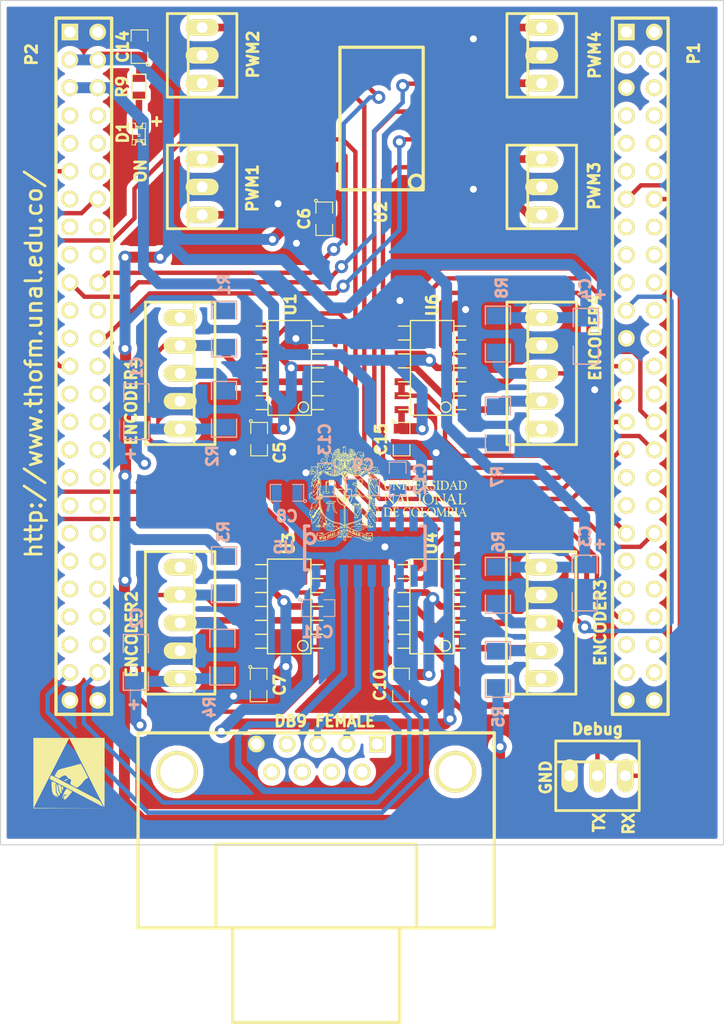
<source format=kicad_pcb>
(kicad_pcb (version 4) (host pcbnew "(after 2015-mar-04 BZR unknown)-product")
  (layers (0 F.Cu signal) (31 B.Cu signal) (34 B.Paste user) (35 F.Paste user) (36 B.SilkS user) (37 F.SilkS user) (38 B.Mask user) (39 F.Mask user) (44 Edge.Cuts user))
  (net 0 "")
  (net 1 +3.3V)
  (net 2 +5V)
  (net 3 /C1+)
  (net 4 /C1-)
  (net 5 /C2+)
  (net 6 /C2-)
  (net 7 /CCW1)
  (net 8 /CCW2)
  (net 9 /CCW3)
  (net 10 /CCW4)
  (net 11 /CHA1)
  (net 12 /CHA2)
  (net 13 /CHA3)
  (net 14 /CHA4)
  (net 15 /CHB1)
  (net 16 /CHB2)
  (net 17 /CHB3)
  (net 18 /CHB4)
  (net 19 /CW1)
  (net 20 /CW2)
  (net 21 /CW3)
  (net 22 /CW4)
  (net 23 /DIR1)
  (net 24 /DIR1s)
  (net 25 /DIR2)
  (net 26 /DIR2s)
  (net 27 /DIR3)
  (net 28 /DIR3s)
  (net 29 /DIR4)
  (net 30 /DIR4s)
  (net 31 /PWM1)
  (net 32 /PWM1s)
  (net 33 /PWM2)
  (net 34 /PWM2s)
  (net 35 /PWM3)
  (net 36 /PWM3s)
  (net 37 /PWM4)
  (net 38 /PWM4s)
  (net 39 /RX)
  (net 40 /RXD)
  (net 41 /RX_debug)
  (net 42 /TX)
  (net 43 /TXD)
  (net 44 /TX_debug)
  (net 45 /V+)
  (net 46 /V-)
  (net 47 GND)
  (net 48 N-0000095)
  (module PINHEAD1-5 (layer F.Cu) (at 222.9492 141.7592 90)
    (fp_text reference P5 hide)
    (fp_text value ENCODER3 (at 0.0272 5.3968 90) (layer F.SilkS) (effects (font (thickness 0.25))))
    (pad 1 thru_hole oval (at -5.08 0 90) (size 1.50622 3.01498) (drill 0.99822) (layers *.Cu F.Paste F.SilkS F.Mask))
    (pad 2 thru_hole oval (at -2.54 0 90) (size 1.50622 3.01498) (drill 0.99822) (layers *.Cu F.Paste F.SilkS F.Mask) (net 17 /CHB3))
    (pad 3 thru_hole oval (at 0 0 90) (size 1.50622 3.01498) (drill 0.99822) (layers *.Cu F.Paste F.SilkS F.Mask) (net 13 /CHA3))
    (pad 4 thru_hole oval (at 2.54 0 90) (size 1.50622 3.01498) (drill 0.99822) (layers *.Cu F.Paste F.SilkS F.Mask) (net 47 GND))
    (pad 5 thru_hole oval (at 5.08 0 90) (size 1.50622 3.01498) (drill 0.99822) (layers *.Cu F.Paste F.SilkS F.Mask) (net 2 +5V))
  )
  (module PINHEADER25X2 (layer F.Cu) (at 232 112 270)
    (fp_text reference P1 (at -22.1856 -4.8804 270) (layer F.SilkS) (effects (font (size 1.016 1.016) (thickness 0.27432))))
    (fp_text value CONN_25X2 hide)
    (pad 1 thru_hole rect (at -24.13 1.27 270) (size 1.524 1.524) (drill 1.016) (layers *.Cu *.Mask F.SilkS) (net 47 GND))
    (pad 2 thru_hole circle (at -24.13 -1.27 270) (size 1.524 1.524) (drill 1.016) (layers *.Cu *.Mask F.SilkS) (net 47 GND))
    (pad 11 thru_hole circle (at -11.43 1.27 270) (size 1.524 1.524) (drill 1.016) (layers *.Cu *.Mask F.SilkS))
    (pad 4 thru_hole circle (at -21.59 -1.27 270) (size 1.524 1.524) (drill 1.016) (layers *.Cu *.Mask F.SilkS))
    (pad 13 thru_hole circle (at -8.89 1.27 270) (size 1.524 1.524) (drill 1.016) (layers *.Cu *.Mask F.SilkS) (net 41 /RX_debug))
    (pad 6 thru_hole circle (at -19.05 -1.27 270) (size 1.524 1.524) (drill 1.016) (layers *.Cu *.Mask F.SilkS))
    (pad 15 thru_hole circle (at -6.35 1.27 270) (size 1.524 1.524) (drill 1.016) (layers *.Cu *.Mask F.SilkS))
    (pad 8 thru_hole circle (at -16.51 -1.27 270) (size 1.524 1.524) (drill 1.016) (layers *.Cu *.Mask F.SilkS))
    (pad 17 thru_hole circle (at -3.81 1.27 270) (size 1.524 1.524) (drill 1.016) (layers *.Cu *.Mask F.SilkS))
    (pad 10 thru_hole circle (at -13.97 -1.27 270) (size 1.524 1.524) (drill 1.016) (layers *.Cu *.Mask F.SilkS))
    (pad 19 thru_hole circle (at -1.27 1.27 270) (size 1.524 1.524) (drill 1.016) (layers *.Cu *.Mask F.SilkS))
    (pad 12 thru_hole circle (at -11.43 -1.27 270) (size 1.524 1.524) (drill 1.016) (layers *.Cu *.Mask F.SilkS))
    (pad 21 thru_hole circle (at 1.27 1.27 270) (size 1.524 1.524) (drill 1.016) (layers *.Cu *.Mask F.SilkS) (net 9 /CCW3))
    (pad 14 thru_hole circle (at -8.89 -1.27 270) (size 1.524 1.524) (drill 1.016) (layers *.Cu *.Mask F.SilkS) (net 44 /TX_debug))
    (pad 23 thru_hole circle (at 3.81 1.27 270) (size 1.524 1.524) (drill 1.016) (layers *.Cu *.Mask F.SilkS) (net 47 GND))
    (pad 16 thru_hole circle (at -6.35 -1.27 270) (size 1.524 1.524) (drill 1.016) (layers *.Cu *.Mask F.SilkS))
    (pad 25 thru_hole circle (at 6.35 1.27 270) (size 1.524 1.524) (drill 1.016) (layers *.Cu *.Mask F.SilkS) (net 10 /CCW4))
    (pad 18 thru_hole circle (at -3.81 -1.27 270) (size 1.524 1.524) (drill 1.016) (layers *.Cu *.Mask F.SilkS))
    (pad 27 thru_hole circle (at 8.89 1.27 270) (size 1.524 1.524) (drill 1.016) (layers *.Cu *.Mask F.SilkS) (net 32 /PWM1s))
    (pad 20 thru_hole circle (at -1.27 -1.27 270) (size 1.524 1.524) (drill 1.016) (layers *.Cu *.Mask F.SilkS))
    (pad 29 thru_hole circle (at 11.43 1.27 270) (size 1.524 1.524) (drill 1.016) (layers *.Cu *.Mask F.SilkS) (net 34 /PWM2s))
    (pad 22 thru_hole circle (at 1.27 -1.27 270) (size 1.524 1.524) (drill 1.016) (layers *.Cu *.Mask F.SilkS))
    (pad 31 thru_hole circle (at 13.97 1.27 270) (size 1.524 1.524) (drill 1.016) (layers *.Cu *.Mask F.SilkS) (net 36 /PWM3s))
    (pad 24 thru_hole circle (at 3.81 -1.27 270) (size 1.524 1.524) (drill 1.016) (layers *.Cu *.Mask F.SilkS))
    (pad 26 thru_hole circle (at 6.35 -1.27 270) (size 1.524 1.524) (drill 1.016) (layers *.Cu *.Mask F.SilkS))
    (pad 33 thru_hole circle (at 16.51 1.27 270) (size 1.524 1.524) (drill 1.016) (layers *.Cu *.Mask F.SilkS))
    (pad 28 thru_hole circle (at 8.89 -1.27 270) (size 1.524 1.524) (drill 1.016) (layers *.Cu *.Mask F.SilkS))
    (pad 32 thru_hole circle (at 13.97 -1.27 270) (size 1.524 1.524) (drill 1.016) (layers *.Cu *.Mask F.SilkS) (net 38 /PWM4s))
    (pad 34 thru_hole circle (at 16.51 -1.27 270) (size 1.524 1.524) (drill 1.016) (layers *.Cu *.Mask F.SilkS))
    (pad 36 thru_hole circle (at 19.05 -1.27 270) (size 1.524 1.524) (drill 1.016) (layers *.Cu *.Mask F.SilkS))
    (pad 38 thru_hole circle (at 21.59 -1.27 270) (size 1.524 1.524) (drill 1.016) (layers *.Cu *.Mask F.SilkS) (net 7 /CCW1))
    (pad 35 thru_hole circle (at 19.05 1.27 270) (size 1.524 1.524) (drill 1.016) (layers *.Cu *.Mask F.SilkS))
    (pad 37 thru_hole circle (at 21.59 1.27 270) (size 1.524 1.524) (drill 1.016) (layers *.Cu *.Mask F.SilkS) (net 19 /CW1))
    (pad 3 thru_hole circle (at -21.59 1.27 270) (size 1.524 1.524) (drill 1.016) (layers *.Cu *.Mask F.SilkS))
    (pad 5 thru_hole circle (at -19.05 1.27 270) (size 1.524 1.524) (drill 1.016) (layers *.Cu *.Mask F.SilkS) (net 47 GND))
    (pad 7 thru_hole circle (at -16.51 1.27 270) (size 1.524 1.524) (drill 1.016) (layers *.Cu *.Mask F.SilkS))
    (pad 9 thru_hole circle (at -13.97 1.27 270) (size 1.524 1.524) (drill 1.016) (layers *.Cu *.Mask F.SilkS))
    (pad 39 thru_hole circle (at 24.13 1.27 270) (size 1.524 1.524) (drill 1.016) (layers *.Cu *.Mask F.SilkS))
    (pad 40 thru_hole circle (at 24.13 -1.27 270) (size 1.524 1.524) (drill 1.016) (layers *.Cu *.Mask F.SilkS))
    (pad 30 thru_hole circle (at 11.43 -1.27 270) (size 1.524 1.524) (drill 1.016) (layers *.Cu *.Mask F.SilkS) (net 22 /CW4))
    (pad 41 thru_hole circle (at 26.67 1.27 270) (size 1.524 1.524) (drill 1.016) (layers *.Cu F.Paste F.SilkS F.Mask))
    (pad 42 thru_hole circle (at 26.67 -1.27 270) (size 1.524 1.524) (drill 1.016) (layers *.Cu F.Paste F.SilkS F.Mask))
    (pad 43 thru_hole circle (at 29.21 1.27 270) (size 1.524 1.524) (drill 1.016) (layers *.Cu F.Paste F.SilkS F.Mask) (net 21 /CW3))
    (pad 44 thru_hole circle (at 29.21 -1.27 270) (size 1.524 1.524) (drill 1.016) (layers *.Cu F.Paste F.SilkS F.Mask))
    (pad 45 thru_hole circle (at 31.75 1.27 270) (size 1.524 1.524) (drill 1.016) (layers *.Cu F.Paste F.SilkS F.Mask))
    (pad 46 thru_hole circle (at 31.75 -1.27 270) (size 1.524 1.524) (drill 1.016) (layers *.Cu F.Paste F.SilkS F.Mask))
    (pad 47 thru_hole circle (at 34.29 1.27 270) (size 1.524 1.524) (drill 1.016) (layers *.Cu F.Paste F.SilkS F.Mask))
    (pad 48 thru_hole circle (at 34.29 -1.27 270) (size 1.524 1.524) (drill 1.016) (layers *.Cu F.Paste F.SilkS F.Mask))
    (pad 49 thru_hole circle (at 36.83 1.27 270) (size 1.524 1.524) (drill 1.016) (layers *.Cu F.SilkS F.Mask) (net 47 GND))
    (pad 50 thru_hole circle (at 36.83 -1.27 270) (size 1.524 1.524) (drill 1.016) (layers *.Cu F.Paste F.SilkS F.Mask) (net 47 GND))
  )
  (module PINHEADER25X2 (layer F.Cu) (at 181.2 112 270)
    (fp_text reference P2 (at -22.084 4.7716 270) (layer F.SilkS) (effects (font (size 1.016 1.016) (thickness 0.254))))
    (fp_text value CONN_25X2 hide)
    (pad 1 thru_hole rect (at -24.13 1.27 270) (size 1.524 1.524) (drill 1.016) (layers *.Cu *.Mask F.SilkS) (net 47 GND))
    (pad 2 thru_hole circle (at -24.13 -1.27 270) (size 1.524 1.524) (drill 1.016) (layers *.Cu *.Mask F.SilkS) (net 47 GND))
    (pad 11 thru_hole circle (at -11.43 1.27 270) (size 1.524 1.524) (drill 1.016) (layers *.Cu *.Mask F.SilkS) (net 20 /CW2))
    (pad 4 thru_hole circle (at -21.59 -1.27 270) (size 1.524 1.524) (drill 1.016) (layers *.Cu *.Mask F.SilkS) (net 2 +5V))
    (pad 13 thru_hole circle (at -8.89 1.27 270) (size 1.524 1.524) (drill 1.016) (layers *.Cu *.Mask F.SilkS))
    (pad 6 thru_hole circle (at -19.05 -1.27 270) (size 1.524 1.524) (drill 1.016) (layers *.Cu *.Mask F.SilkS) (net 1 +3.3V))
    (pad 15 thru_hole circle (at -6.35 1.27 270) (size 1.524 1.524) (drill 1.016) (layers *.Cu *.Mask F.SilkS))
    (pad 8 thru_hole circle (at -16.51 -1.27 270) (size 1.524 1.524) (drill 1.016) (layers *.Cu *.Mask F.SilkS))
    (pad 17 thru_hole circle (at -3.81 1.27 270) (size 1.524 1.524) (drill 1.016) (layers *.Cu *.Mask F.SilkS))
    (pad 10 thru_hole circle (at -13.97 -1.27 270) (size 1.524 1.524) (drill 1.016) (layers *.Cu *.Mask F.SilkS))
    (pad 19 thru_hole circle (at -1.27 1.27 270) (size 1.524 1.524) (drill 1.016) (layers *.Cu *.Mask F.SilkS) (net 26 /DIR2s))
    (pad 12 thru_hole circle (at -11.43 -1.27 270) (size 1.524 1.524) (drill 1.016) (layers *.Cu *.Mask F.SilkS))
    (pad 21 thru_hole circle (at 1.27 1.27 270) (size 1.524 1.524) (drill 1.016) (layers *.Cu *.Mask F.SilkS))
    (pad 14 thru_hole circle (at -8.89 -1.27 270) (size 1.524 1.524) (drill 1.016) (layers *.Cu *.Mask F.SilkS) (net 8 /CCW2))
    (pad 23 thru_hole circle (at 3.81 1.27 270) (size 1.524 1.524) (drill 1.016) (layers *.Cu *.Mask F.SilkS))
    (pad 16 thru_hole circle (at -6.35 -1.27 270) (size 1.524 1.524) (drill 1.016) (layers *.Cu *.Mask F.SilkS))
    (pad 25 thru_hole circle (at 6.35 1.27 270) (size 1.524 1.524) (drill 1.016) (layers *.Cu *.Mask F.SilkS) (net 28 /DIR3s))
    (pad 18 thru_hole circle (at -3.81 -1.27 270) (size 1.524 1.524) (drill 1.016) (layers *.Cu *.Mask F.SilkS))
    (pad 27 thru_hole circle (at 8.89 1.27 270) (size 1.524 1.524) (drill 1.016) (layers *.Cu *.Mask F.SilkS))
    (pad 20 thru_hole circle (at -1.27 -1.27 270) (size 1.524 1.524) (drill 1.016) (layers *.Cu *.Mask F.SilkS) (net 30 /DIR4s))
    (pad 29 thru_hole circle (at 11.43 1.27 270) (size 1.524 1.524) (drill 1.016) (layers *.Cu *.Mask F.SilkS))
    (pad 22 thru_hole circle (at 1.27 -1.27 270) (size 1.524 1.524) (drill 1.016) (layers *.Cu *.Mask F.SilkS))
    (pad 31 thru_hole circle (at 13.97 1.27 270) (size 1.524 1.524) (drill 1.016) (layers *.Cu *.Mask F.SilkS))
    (pad 24 thru_hole circle (at 3.81 -1.27 270) (size 1.524 1.524) (drill 1.016) (layers *.Cu *.Mask F.SilkS) (net 24 /DIR1s))
    (pad 26 thru_hole circle (at 6.35 -1.27 270) (size 1.524 1.524) (drill 1.016) (layers *.Cu *.Mask F.SilkS))
    (pad 33 thru_hole circle (at 16.51 1.27 270) (size 1.524 1.524) (drill 1.016) (layers *.Cu *.Mask F.SilkS))
    (pad 28 thru_hole circle (at 8.89 -1.27 270) (size 1.524 1.524) (drill 1.016) (layers *.Cu *.Mask F.SilkS))
    (pad 32 thru_hole circle (at 13.97 -1.27 270) (size 1.524 1.524) (drill 1.016) (layers *.Cu *.Mask F.SilkS))
    (pad 34 thru_hole circle (at 16.51 -1.27 270) (size 1.524 1.524) (drill 1.016) (layers *.Cu *.Mask F.SilkS))
    (pad 36 thru_hole circle (at 19.05 -1.27 270) (size 1.524 1.524) (drill 1.016) (layers *.Cu *.Mask F.SilkS))
    (pad 38 thru_hole circle (at 21.59 -1.27 270) (size 1.524 1.524) (drill 1.016) (layers *.Cu *.Mask F.SilkS))
    (pad 35 thru_hole circle (at 19.05 1.27 270) (size 1.524 1.524) (drill 1.016) (layers *.Cu *.Mask F.SilkS))
    (pad 37 thru_hole circle (at 21.59 1.27 270) (size 1.524 1.524) (drill 1.016) (layers *.Cu *.Mask F.SilkS))
    (pad 3 thru_hole circle (at -21.59 1.27 270) (size 1.524 1.524) (drill 1.016) (layers *.Cu *.Mask F.SilkS) (net 2 +5V))
    (pad 5 thru_hole circle (at -19.05 1.27 270) (size 1.524 1.524) (drill 1.016) (layers *.Cu *.Mask F.SilkS) (net 1 +3.3V))
    (pad 7 thru_hole circle (at -16.51 1.27 270) (size 1.524 1.524) (drill 1.016) (layers *.Cu *.Mask F.SilkS))
    (pad 9 thru_hole circle (at -13.97 1.27 270) (size 1.524 1.524) (drill 1.016) (layers *.Cu *.Mask F.SilkS))
    (pad 39 thru_hole circle (at 24.13 1.27 270) (size 1.524 1.524) (drill 1.016) (layers *.Cu *.Mask F.SilkS))
    (pad 40 thru_hole circle (at 24.13 -1.27 270) (size 1.524 1.524) (drill 1.016) (layers *.Cu *.Mask F.SilkS))
    (pad 30 thru_hole circle (at 11.43 -1.27 270) (size 1.524 1.524) (drill 1.016) (layers *.Cu *.Mask F.SilkS))
    (pad 41 thru_hole circle (at 26.67 1.27 270) (size 1.524 1.524) (drill 1.016) (layers *.Cu F.Paste F.SilkS F.Mask))
    (pad 42 thru_hole circle (at 26.67 -1.27 270) (size 1.524 1.524) (drill 1.016) (layers *.Cu F.Paste F.SilkS F.Mask))
    (pad 43 thru_hole circle (at 29.21 1.27 270) (size 1.524 1.524) (drill 1.016) (layers *.Cu F.Paste F.SilkS F.Mask))
    (pad 44 thru_hole circle (at 29.21 -1.27 270) (size 1.524 1.524) (drill 1.016) (layers *.Cu F.Paste F.SilkS F.Mask))
    (pad 45 thru_hole circle (at 31.75 1.27 270) (size 1.524 1.524) (drill 1.016) (layers *.Cu F.Paste F.SilkS F.Mask))
    (pad 46 thru_hole circle (at 31.75 -1.27 270) (size 1.524 1.524) (drill 1.016) (layers *.Cu F.Paste F.SilkS F.Mask))
    (pad 47 thru_hole circle (at 34.29 1.27 270) (size 1.524 1.524) (drill 1.016) (layers *.Cu F.Paste F.SilkS F.Mask) (net 42 /TX))
    (pad 48 thru_hole circle (at 34.29 -1.27 270) (size 1.524 1.524) (drill 1.016) (layers *.Cu F.Paste F.SilkS F.Mask) (net 39 /RX))
    (pad 49 thru_hole circle (at 36.83 1.27 270) (size 1.524 1.524) (drill 1.016) (layers *.Cu F.SilkS F.Mask) (net 47 GND))
    (pad 50 thru_hole circle (at 36.83 -1.27 270) (size 1.524 1.524) (drill 1.016) (layers *.Cu F.Paste F.SilkS F.Mask) (net 47 GND))
  )
  (module SM1206 (layer B.Cu) (at 227.0252 115.6208 270)
    (fp_text reference C4 (at -4.318 0.0508 270) (layer B.SilkS) (effects (font (thickness 0.25)) (justify mirror)))
    (fp_text value 10uF hide)
    (pad 1 smd rect (at -1.651 0 270) (size 1.524 2.032) (layers B.Cu B.Paste B.Mask) (net 2 +5V))
    (pad 2 smd rect (at 1.651 0 270) (size 1.524 2.032) (layers B.Cu B.Paste B.Mask) (net 47 GND))
  )
  (module SM1206 (layer B.Cu) (at 226.9236 138.1252 270)
    (fp_text reference C3 (at -4.2672 -0.0508 270) (layer B.SilkS) (effects (font (thickness 0.25)) (justify mirror)))
    (fp_text value 10uF hide)
    (pad 1 smd rect (at -1.651 0 270) (size 1.524 2.032) (layers B.Cu B.Paste B.Mask) (net 2 +5V))
    (pad 2 smd rect (at 1.651 0 270) (size 1.524 2.032) (layers B.Cu B.Paste B.Mask) (net 47 GND))
  )
  (module SM1206 (layer B.Cu) (at 185.9492 145.3592 90)
    (fp_text reference C2 (at 4.0336 0.0804 90) (layer B.SilkS) (effects (font (thickness 0.25)) (justify mirror)))
    (fp_text value 10uF hide)
    (pad 1 smd rect (at -1.651 0 90) (size 1.524 2.032) (layers B.Cu B.Paste B.Mask) (net 2 +5V))
    (pad 2 smd rect (at 1.651 0 90) (size 1.524 2.032) (layers B.Cu B.Paste B.Mask) (net 47 GND))
  )
  (module SM1206 (layer B.Cu) (at 186 122.5 90)
    (fp_text reference C1 (at 4.0344 0.0296 90) (layer B.SilkS) (effects (font (thickness 0.25)) (justify mirror)))
    (fp_text value 10uF hide)
    (pad 1 smd rect (at -1.651 0 90) (size 1.524 2.032) (layers B.Cu B.Paste B.Mask) (net 2 +5V))
    (pad 2 smd rect (at 1.651 0 90) (size 1.524 2.032) (layers B.Cu B.Paste B.Mask) (net 47 GND))
  )
  (module SM0805 (layer F.Cu) (at 210.2104 125 270)
    (fp_text reference C15 (at 0.0188 1.8796 270) (layer F.SilkS) (effects (font (thickness 0.25))))
    (fp_text value 0.1uF hide)
    (pad 1 smd rect (at -0.9525 0 270) (size 0.889 1.397) (layers F.Cu F.Paste F.Mask) (net 1 +3.3V))
    (pad 2 smd rect (at 0.9525 0 270) (size 0.889 1.397) (layers F.Cu F.Paste F.Mask) (net 47 GND))
  )
  (module SM0805 (layer F.Cu) (at 210.1596 147.4224 270)
    (fp_text reference C10 (at -0.0008 1.9304 270) (layer F.SilkS) (effects (font (thickness 0.25))))
    (fp_text value 0.1uF hide)
    (pad 1 smd rect (at -0.9525 0 270) (size 0.889 1.397) (layers F.Cu F.Paste F.Mask) (net 1 +3.3V))
    (pad 2 smd rect (at 0.9525 0 270) (size 0.889 1.397) (layers F.Cu F.Paste F.Mask) (net 47 GND))
  )
  (module SM0805 (layer F.Cu) (at 197.1548 147.4224 270)
    (fp_text reference C7 (at -0.0008 -1.9304 270) (layer F.SilkS) (effects (font (thickness 0.25))))
    (fp_text value 0.1uF hide)
    (pad 1 smd rect (at -0.9525 0 270) (size 0.889 1.397) (layers F.Cu F.Paste F.Mask) (net 1 +3.3V))
    (pad 2 smd rect (at 0.9525 0 270) (size 0.889 1.397) (layers F.Cu F.Paste F.Mask) (net 47 GND))
  )
  (module SM0805 (layer F.Cu) (at 197.2056 125 270)
    (fp_text reference C5 (at 1.238 -1.8796 270) (layer F.SilkS) (effects (font (thickness 0.25))))
    (fp_text value 0.1uF hide)
    (pad 1 smd rect (at -0.9525 0 270) (size 0.889 1.397) (layers F.Cu F.Paste F.Mask) (net 1 +3.3V))
    (pad 2 smd rect (at 0.9525 0 270) (size 0.889 1.397) (layers F.Cu F.Paste F.Mask) (net 47 GND))
  )
  (module SM0805 (layer B.Cu) (at 209.8548 128.6256 90)
    (fp_text reference C12 (at 0 2.032 90) (layer B.SilkS) (effects (font (thickness 0.25)) (justify mirror)))
    (fp_text value 0.1uF hide)
    (pad 1 smd rect (at -0.9525 0 90) (size 0.889 1.397) (layers B.Cu B.Paste B.Mask) (net 46 /V-))
    (pad 2 smd rect (at 0.9525 0 90) (size 0.889 1.397) (layers B.Cu B.Paste B.Mask) (net 47 GND))
  )
  (module SM0805 (layer F.Cu) (at 203.1492 104.902 270)
    (fp_text reference C6 (at 0 1.8288 270) (layer F.SilkS) (effects (font (thickness 0.25))))
    (fp_text value 0.1uF hide)
    (pad 1 smd rect (at -0.9525 0 270) (size 0.889 1.397) (layers F.Cu F.Paste F.Mask) (net 2 +5V))
    (pad 2 smd rect (at 0.9525 0 270) (size 0.889 1.397) (layers F.Cu F.Paste F.Mask) (net 47 GND))
  )
  (module SM0805 (layer B.Cu) (at 203.3016 128.7272 90)
    (fp_text reference C13 (at 3.7084 -0.1016 90) (layer B.SilkS) (effects (font (thickness 0.25)) (justify mirror)))
    (fp_text value 0.1uF hide)
    (pad 1 smd rect (at -0.9525 0 90) (size 0.889 1.397) (layers B.Cu B.Paste B.Mask) (net 45 /V+))
    (pad 2 smd rect (at 0.9525 0 90) (size 0.889 1.397) (layers B.Cu B.Paste B.Mask) (net 47 GND))
  )
  (module SM0805 (layer B.Cu) (at 202.5904 140.4112)
    (fp_text reference C11 (at -0.0508 2.1844) (layer B.SilkS) (effects (font (thickness 0.25)) (justify mirror)))
    (fp_text value 0.1uF hide)
    (pad 1 smd rect (at -0.9525 0) (size 0.889 1.397) (layers B.Cu B.Paste B.Mask) (net 1 +3.3V))
    (pad 2 smd rect (at 0.9525 0) (size 0.889 1.397) (layers B.Cu B.Paste B.Mask) (net 47 GND))
  )
  (module SM0805 (layer B.Cu) (at 206.6544 129.3876)
    (fp_text reference C9 (at 0.0508 -2.032) (layer B.SilkS) (effects (font (thickness 0.25)) (justify mirror)))
    (fp_text value 0.1uF hide)
    (pad 1 smd rect (at -0.9525 0) (size 0.889 1.397) (layers B.Cu B.Paste B.Mask) (net 5 /C2+))
    (pad 2 smd rect (at 0.9525 0) (size 0.889 1.397) (layers B.Cu B.Paste B.Mask) (net 6 /C2-))
  )
  (module SM0805 (layer B.Cu) (at 199.7456 129.8956 180)
    (fp_text reference C8 (at 0 -2.1336 180) (layer B.SilkS) (effects (font (thickness 0.25)) (justify mirror)))
    (fp_text value 0.1uF hide)
    (pad 1 smd rect (at -0.9525 0 180) (size 0.889 1.397) (layers B.Cu B.Paste B.Mask) (net 3 /C1+))
    (pad 2 smd rect (at 0.9525 0 180) (size 0.889 1.397) (layers B.Cu B.Paste B.Mask) (net 4 /C1-))
  )
  (module SM0805 (layer F.Cu) (at 186.2836 89.2048 90)
    (fp_text reference C14 (at 0 -1.524 90) (layer F.SilkS) (effects (font (thickness 0.25))))
    (fp_text value 0.1uF hide)
    (pad 1 smd rect (at -0.9525 0 90) (size 0.889 1.397) (layers F.Cu F.Paste F.Mask) (net 2 +5V))
    (pad 2 smd rect (at 0.9525 0 90) (size 0.889 1.397) (layers F.Cu F.Paste F.Mask) (net 47 GND))
  )
  (module PINHEAD1-3 (layer F.Cu) (at 228.092 155.702)
    (fp_text reference K5 hide)
    (fp_text value Debug (at 0 -4.2672) (layer F.SilkS) (effects (font (size 1.016 1.016) (thickness 0.254))))
    (pad 1 thru_hole oval (at -2.54 0) (size 1.50622 3.01498) (drill 0.99822) (layers *.Cu F.Paste F.SilkS F.Mask) (net 47 GND))
    (pad 2 thru_hole oval (at 0 0) (size 1.50622 3.01498) (drill 0.99822) (layers *.Cu F.Paste F.SilkS F.Mask) (net 44 /TX_debug))
    (pad 3 thru_hole oval (at 2.54 0) (size 1.50622 3.01498) (drill 0.99822) (layers *.Cu F.Paste F.SilkS F.Mask) (net 41 /RX_debug))
  )
  (module PINHEAD1-3 (layer F.Cu) (at 223 90 90)
    (fp_text reference K4 hide)
    (fp_text value PWM4 (at 0.0332 4.838 90) (layer F.SilkS) (effects (font (size 1.016 1.016) (thickness 0.25))))
    (pad 1 thru_hole oval (at -2.54 0 90) (size 1.50622 3.01498) (drill 0.99822) (layers *.Cu F.Paste F.SilkS F.Mask) (net 37 /PWM4))
    (pad 2 thru_hole oval (at 0 0 90) (size 1.50622 3.01498) (drill 0.99822) (layers *.Cu F.Paste F.SilkS F.Mask) (net 47 GND))
    (pad 3 thru_hole oval (at 2.54 0 90) (size 1.50622 3.01498) (drill 0.99822) (layers *.Cu F.Paste F.SilkS F.Mask) (net 29 /DIR4))
  )
  (module PINHEAD1-3 (layer F.Cu) (at 223 102 90)
    (fp_text reference K3 hide)
    (fp_text value PWM3 (at 0.0952 4.7872 90) (layer F.SilkS) (effects (font (size 1.016 1.016) (thickness 0.25))))
    (pad 1 thru_hole oval (at -2.54 0 90) (size 1.50622 3.01498) (drill 0.99822) (layers *.Cu F.Paste F.SilkS F.Mask) (net 35 /PWM3))
    (pad 2 thru_hole oval (at 0 0 90) (size 1.50622 3.01498) (drill 0.99822) (layers *.Cu F.Paste F.SilkS F.Mask) (net 47 GND))
    (pad 3 thru_hole oval (at 2.54 0 90) (size 1.50622 3.01498) (drill 0.99822) (layers *.Cu F.Paste F.SilkS F.Mask) (net 27 /DIR3))
  )
  (module PINHEAD1-3 (layer F.Cu) (at 192 90 90)
    (fp_text reference K2 hide)
    (fp_text value PWM2 (at 0.084 4.6468 90) (layer F.SilkS) (effects (font (size 1.016 1.016) (thickness 0.25))))
    (pad 1 thru_hole oval (at -2.54 0 90) (size 1.50622 3.01498) (drill 0.99822) (layers *.Cu F.Paste F.SilkS F.Mask) (net 33 /PWM2))
    (pad 2 thru_hole oval (at 0 0 90) (size 1.50622 3.01498) (drill 0.99822) (layers *.Cu F.Paste F.SilkS F.Mask) (net 47 GND))
    (pad 3 thru_hole oval (at 2.54 0 90) (size 1.50622 3.01498) (drill 0.99822) (layers *.Cu F.Paste F.SilkS F.Mask) (net 25 /DIR2))
  )
  (module PINHEAD1-3 (layer F.Cu) (at 192 102 90)
    (fp_text reference K1 hide)
    (fp_text value PWM1 (at -0.108 4.596 90) (layer F.SilkS) (effects (font (size 1.016 1.016) (thickness 0.25))))
    (pad 1 thru_hole oval (at -2.54 0 90) (size 1.50622 3.01498) (drill 0.99822) (layers *.Cu F.Paste F.SilkS F.Mask) (net 31 /PWM1))
    (pad 2 thru_hole oval (at 0 0 90) (size 1.50622 3.01498) (drill 0.99822) (layers *.Cu F.Paste F.SilkS F.Mask) (net 47 GND))
    (pad 3 thru_hole oval (at 2.54 0 90) (size 1.50622 3.01498) (drill 0.99822) (layers *.Cu F.Paste F.SilkS F.Mask) (net 23 /DIR1))
  )
  (module DB9FC (layer F.Cu) (at 202.5396 154.0764 180)
    (fp_text reference J1 hide)
    (fp_text value "DB9 FEMALE" (at -0.6604 3.3528 180) (layer F.SilkS) (effects (font (thickness 0.25))))
    (pad "" thru_hole circle (at 12.827 -1.27 180) (size 3.81 3.81) (drill 3.048) (layers *.Cu *.Mask F.SilkS))
    (pad "" thru_hole circle (at -12.573 -1.27 180) (size 3.81 3.81) (drill 3.048) (layers *.Cu *.Mask F.SilkS))
    (pad 1 thru_hole rect (at -5.461 1.27 180) (size 1.524 1.524) (drill 1.016) (layers *.Cu *.Mask F.SilkS))
    (pad 2 thru_hole circle (at -2.667 1.27 180) (size 1.524 1.524) (drill 1.016) (layers *.Cu *.Mask F.SilkS) (net 43 /TXD))
    (pad 3 thru_hole circle (at 0 1.27 180) (size 1.524 1.524) (drill 1.016) (layers *.Cu *.Mask F.SilkS) (net 40 /RXD))
    (pad 4 thru_hole circle (at 2.794 1.27 180) (size 1.524 1.524) (drill 1.016) (layers *.Cu *.Mask F.SilkS))
    (pad 5 thru_hole circle (at 5.588 1.27 180) (size 1.524 1.524) (drill 1.016) (layers *.Cu *.Mask F.SilkS) (net 47 GND))
    (pad 6 thru_hole circle (at -4.064 -1.27 180) (size 1.524 1.524) (drill 1.016) (layers *.Cu *.Mask F.SilkS))
    (pad 7 thru_hole circle (at -1.27 -1.27 180) (size 1.524 1.524) (drill 1.016) (layers *.Cu *.Mask F.SilkS))
    (pad 8 thru_hole circle (at 1.397 -1.27 180) (size 1.524 1.524) (drill 1.016) (layers *.Cu *.Mask F.SilkS))
    (pad 9 thru_hole circle (at 4.191 -1.27 180) (size 1.524 1.524) (drill 1.016) (layers *.Cu *.Mask F.SilkS))
  )
  (module SO-20 (layer F.Cu) (at 208.3816 95.758 90)
    (fp_text reference U2 (at -8.5344 -0.0508 90) (layer F.SilkS) (effects (font (thickness 0.25))))
    (fp_text value 74HC244M hide)
    (pad 1 smd rect (at -5.715 5.25 90) (size 0.7 2) (layers F.Cu F.Paste F.Mask) (net 47 GND))
    (pad 2 smd rect (at -4.445 5.25 90) (size 0.7 2) (layers F.Cu F.Paste F.Mask) (net 32 /PWM1s))
    (pad 3 smd rect (at -3.175 5.25 90) (size 0.7 2) (layers F.Cu F.Paste F.Mask) (net 35 /PWM3))
    (pad 4 smd rect (at -1.905 5.25 90) (size 0.7 2) (layers F.Cu F.Paste F.Mask) (net 24 /DIR1s))
    (pad 5 smd rect (at -0.635 5.25 90) (size 0.7 2) (layers F.Cu F.Paste F.Mask) (net 27 /DIR3))
    (pad 6 smd rect (at 0.635 5.25 90) (size 0.7 2) (layers F.Cu F.Paste F.Mask) (net 34 /PWM2s))
    (pad 7 smd rect (at 1.905 5.25 90) (size 0.7 2) (layers F.Cu F.Paste F.Mask) (net 37 /PWM4))
    (pad 8 smd rect (at 3.175 5.25 90) (size 0.7 2) (layers F.Cu F.Paste F.Mask) (net 26 /DIR2s))
    (pad 9 smd rect (at 4.445 5.25 90) (size 0.7 2) (layers F.Cu F.Paste F.Mask) (net 29 /DIR4))
    (pad 10 smd rect (at 5.715 5.25 90) (size 0.7 2) (layers F.Cu F.Paste F.Mask) (net 47 GND))
    (pad 11 smd rect (at 5.715 -5.25 90) (size 0.7 2) (layers F.Cu F.Paste F.Mask) (net 30 /DIR4s))
    (pad 12 smd rect (at 4.445 -5.25 90) (size 0.7 2) (layers F.Cu F.Paste F.Mask) (net 25 /DIR2))
    (pad 13 smd rect (at 3.175 -5.25 90) (size 0.7 2) (layers F.Cu F.Paste F.Mask) (net 38 /PWM4s))
    (pad 14 smd rect (at 1.905 -5.25 90) (size 0.7 2) (layers F.Cu F.Paste F.Mask) (net 33 /PWM2))
    (pad 15 smd rect (at 0.635 -5.25 90) (size 0.7 2) (layers F.Cu F.Paste F.Mask) (net 28 /DIR3s))
    (pad 16 smd rect (at -0.635 -5.25 90) (size 0.7 2) (layers F.Cu F.Paste F.Mask) (net 23 /DIR1))
    (pad 17 smd rect (at -1.905 -5.25 90) (size 0.7 2) (layers F.Cu F.Paste F.Mask) (net 36 /PWM3s))
    (pad 18 smd rect (at -3.175 -5.25 90) (size 0.7 2) (layers F.Cu F.Paste F.Mask) (net 31 /PWM1))
    (pad 19 smd rect (at -4.445 -5.25 90) (size 0.7 2) (layers F.Cu F.Paste F.Mask) (net 47 GND))
    (pad 20 smd rect (at -5.715 -5.25 90) (size 0.7 2) (layers F.Cu F.Paste F.Mask) (net 2 +5V))
  )
  (module so-14 (layer F.Cu) (at 200 118.5 90)
    (fp_text reference U1 (at 5.7748 0.0504 90) (layer F.SilkS) (effects (font (thickness 0.25))))
    (fp_text value 74HC74M hide)
    (pad 1 smd rect (at -3.81 2.794 90) (size 0.635 1.27) (layers F.Cu F.Paste F.Mask) (net 15 /CHB1))
    (pad 2 smd rect (at -2.54 2.794 90) (size 0.635 1.27) (layers F.Cu F.Paste F.Mask) (net 15 /CHB1))
    (pad 3 smd rect (at -1.27 2.794 90) (size 0.635 1.27) (layers F.Cu F.Paste F.Mask) (net 11 /CHA1))
    (pad 4 smd rect (at 0 2.794 90) (size 0.635 1.27) (layers F.Cu F.Paste F.Mask) (net 1 +3.3V))
    (pad 5 smd rect (at 1.27 2.794 90) (size 0.635 1.27) (layers F.Cu F.Paste F.Mask) (net 7 /CCW1))
    (pad 6 smd rect (at 2.54 2.794 90) (size 0.635 1.27) (layers F.Cu F.Paste F.Mask))
    (pad 7 smd rect (at 3.81 2.794 90) (size 0.635 1.27) (layers F.Cu F.Paste F.Mask) (net 47 GND))
    (pad 8 smd rect (at 3.81 -2.794 90) (size 0.635 1.27) (layers F.Cu F.Paste F.Mask))
    (pad 9 smd rect (at 2.54 -2.794 90) (size 0.635 1.27) (layers F.Cu F.Paste F.Mask) (net 19 /CW1))
    (pad 10 smd rect (at 1.27 -2.794 90) (size 0.635 1.27) (layers F.Cu F.Paste F.Mask) (net 1 +3.3V))
    (pad 11 smd rect (at 0 -2.794 90) (size 0.635 1.27) (layers F.Cu F.Paste F.Mask) (net 15 /CHB1))
    (pad 12 smd rect (at -1.27 -2.794 90) (size 0.635 1.27) (layers F.Cu F.Paste F.Mask) (net 11 /CHA1))
    (pad 13 smd rect (at -2.54 -2.794 90) (size 0.635 1.27) (layers F.Cu F.Paste F.Mask) (net 11 /CHA1))
    (pad 14 smd rect (at -3.81 -2.794 90) (size 0.635 1.27) (layers F.Cu F.Paste F.Mask) (net 1 +3.3V))
  )
  (module so-14 (layer F.Cu) (at 199.9492 140.2592 90)
    (fp_text reference U3 (at 5.7408 -0.0512 90) (layer F.SilkS) (effects (font (thickness 0.25))))
    (fp_text value 74HC74M hide)
    (pad 1 smd rect (at -3.81 2.794 90) (size 0.635 1.27) (layers F.Cu F.Paste F.Mask) (net 16 /CHB2))
    (pad 2 smd rect (at -2.54 2.794 90) (size 0.635 1.27) (layers F.Cu F.Paste F.Mask) (net 16 /CHB2))
    (pad 3 smd rect (at -1.27 2.794 90) (size 0.635 1.27) (layers F.Cu F.Paste F.Mask) (net 12 /CHA2))
    (pad 4 smd rect (at 0 2.794 90) (size 0.635 1.27) (layers F.Cu F.Paste F.Mask) (net 1 +3.3V))
    (pad 5 smd rect (at 1.27 2.794 90) (size 0.635 1.27) (layers F.Cu F.Paste F.Mask) (net 8 /CCW2))
    (pad 6 smd rect (at 2.54 2.794 90) (size 0.635 1.27) (layers F.Cu F.Paste F.Mask))
    (pad 7 smd rect (at 3.81 2.794 90) (size 0.635 1.27) (layers F.Cu F.Paste F.Mask) (net 47 GND))
    (pad 8 smd rect (at 3.81 -2.794 90) (size 0.635 1.27) (layers F.Cu F.Paste F.Mask))
    (pad 9 smd rect (at 2.54 -2.794 90) (size 0.635 1.27) (layers F.Cu F.Paste F.Mask) (net 20 /CW2))
    (pad 10 smd rect (at 1.27 -2.794 90) (size 0.635 1.27) (layers F.Cu F.Paste F.Mask) (net 1 +3.3V))
    (pad 11 smd rect (at 0 -2.794 90) (size 0.635 1.27) (layers F.Cu F.Paste F.Mask) (net 16 /CHB2))
    (pad 12 smd rect (at -1.27 -2.794 90) (size 0.635 1.27) (layers F.Cu F.Paste F.Mask) (net 12 /CHA2))
    (pad 13 smd rect (at -2.54 -2.794 90) (size 0.635 1.27) (layers F.Cu F.Paste F.Mask) (net 12 /CHA2))
    (pad 14 smd rect (at -3.81 -2.794 90) (size 0.635 1.27) (layers F.Cu F.Paste F.Mask) (net 1 +3.3V))
  )
  (module so-14 (layer F.Cu) (at 212.9492 140.2592 90)
    (fp_text reference U4 (at 5.7408 -0.0464 90) (layer F.SilkS) (effects (font (thickness 0.25))))
    (fp_text value 74HC74M hide)
    (pad 1 smd rect (at -3.81 2.794 90) (size 0.635 1.27) (layers F.Cu F.Paste F.Mask) (net 17 /CHB3))
    (pad 2 smd rect (at -2.54 2.794 90) (size 0.635 1.27) (layers F.Cu F.Paste F.Mask) (net 17 /CHB3))
    (pad 3 smd rect (at -1.27 2.794 90) (size 0.635 1.27) (layers F.Cu F.Paste F.Mask) (net 13 /CHA3))
    (pad 4 smd rect (at 0 2.794 90) (size 0.635 1.27) (layers F.Cu F.Paste F.Mask) (net 1 +3.3V))
    (pad 5 smd rect (at 1.27 2.794 90) (size 0.635 1.27) (layers F.Cu F.Paste F.Mask) (net 9 /CCW3))
    (pad 6 smd rect (at 2.54 2.794 90) (size 0.635 1.27) (layers F.Cu F.Paste F.Mask))
    (pad 7 smd rect (at 3.81 2.794 90) (size 0.635 1.27) (layers F.Cu F.Paste F.Mask) (net 47 GND))
    (pad 8 smd rect (at 3.81 -2.794 90) (size 0.635 1.27) (layers F.Cu F.Paste F.Mask))
    (pad 9 smd rect (at 2.54 -2.794 90) (size 0.635 1.27) (layers F.Cu F.Paste F.Mask) (net 21 /CW3))
    (pad 10 smd rect (at 1.27 -2.794 90) (size 0.635 1.27) (layers F.Cu F.Paste F.Mask) (net 1 +3.3V))
    (pad 11 smd rect (at 0 -2.794 90) (size 0.635 1.27) (layers F.Cu F.Paste F.Mask) (net 17 /CHB3))
    (pad 12 smd rect (at -1.27 -2.794 90) (size 0.635 1.27) (layers F.Cu F.Paste F.Mask) (net 13 /CHA3))
    (pad 13 smd rect (at -2.54 -2.794 90) (size 0.635 1.27) (layers F.Cu F.Paste F.Mask) (net 13 /CHA3))
    (pad 14 smd rect (at -3.81 -2.794 90) (size 0.635 1.27) (layers F.Cu F.Paste F.Mask) (net 1 +3.3V))
  )
  (module so-14 (layer F.Cu) (at 213 118.5 90)
    (fp_text reference U6 (at 5.724 0.0044 90) (layer F.SilkS) (effects (font (thickness 0.25))))
    (fp_text value 74HC74M hide)
    (pad 1 smd rect (at -3.81 2.794 90) (size 0.635 1.27) (layers F.Cu F.Paste F.Mask) (net 18 /CHB4))
    (pad 2 smd rect (at -2.54 2.794 90) (size 0.635 1.27) (layers F.Cu F.Paste F.Mask) (net 18 /CHB4))
    (pad 3 smd rect (at -1.27 2.794 90) (size 0.635 1.27) (layers F.Cu F.Paste F.Mask) (net 14 /CHA4))
    (pad 4 smd rect (at 0 2.794 90) (size 0.635 1.27) (layers F.Cu F.Paste F.Mask) (net 1 +3.3V))
    (pad 5 smd rect (at 1.27 2.794 90) (size 0.635 1.27) (layers F.Cu F.Paste F.Mask) (net 10 /CCW4))
    (pad 6 smd rect (at 2.54 2.794 90) (size 0.635 1.27) (layers F.Cu F.Paste F.Mask))
    (pad 7 smd rect (at 3.81 2.794 90) (size 0.635 1.27) (layers F.Cu F.Paste F.Mask) (net 47 GND))
    (pad 8 smd rect (at 3.81 -2.794 90) (size 0.635 1.27) (layers F.Cu F.Paste F.Mask))
    (pad 9 smd rect (at 2.54 -2.794 90) (size 0.635 1.27) (layers F.Cu F.Paste F.Mask) (net 22 /CW4))
    (pad 10 smd rect (at 1.27 -2.794 90) (size 0.635 1.27) (layers F.Cu F.Paste F.Mask) (net 1 +3.3V))
    (pad 11 smd rect (at 0 -2.794 90) (size 0.635 1.27) (layers F.Cu F.Paste F.Mask) (net 18 /CHB4))
    (pad 12 smd rect (at -1.27 -2.794 90) (size 0.635 1.27) (layers F.Cu F.Paste F.Mask) (net 14 /CHA4))
    (pad 13 smd rect (at -2.54 -2.794 90) (size 0.635 1.27) (layers F.Cu F.Paste F.Mask) (net 14 /CHA4))
    (pad 14 smd rect (at -3.81 -2.794 90) (size 0.635 1.27) (layers F.Cu F.Paste F.Mask) (net 1 +3.3V))
  )
  (module SO-16N (layer B.Cu) (at 206.8576 134.9248)
    (fp_text reference U5 (at -7.4168 -0.0508) (layer B.SilkS) (effects (font (thickness 0.25)) (justify mirror)))
    (fp_text value MAX3232 hide)
    (pad 1 smd rect (at -4.445 -2.54) (size 0.762 2) (layers B.Cu B.Paste B.Mask) (net 3 /C1+))
    (pad 2 smd rect (at -3.175 -2.54) (size 0.762 2) (layers B.Cu B.Paste B.Mask) (net 45 /V+))
    (pad 3 smd rect (at -1.905 -2.54) (size 0.762 2) (layers B.Cu B.Paste B.Mask) (net 4 /C1-))
    (pad 4 smd rect (at -0.635 -2.54) (size 0.762 2) (layers B.Cu B.Paste B.Mask) (net 5 /C2+))
    (pad 5 smd rect (at 0.635 -2.54) (size 0.762 2) (layers B.Cu B.Paste B.Mask) (net 6 /C2-))
    (pad 6 smd rect (at 1.905 -2.54) (size 0.762 2) (layers B.Cu B.Paste B.Mask) (net 46 /V-))
    (pad 7 smd rect (at 3.175 -2.54) (size 0.762 2) (layers B.Cu B.Paste B.Mask))
    (pad 8 smd rect (at 4.445 -2.54) (size 0.762 2) (layers B.Cu B.Paste B.Mask))
    (pad 9 smd rect (at 4.445 2.54) (size 0.762 2) (layers B.Cu B.Paste B.Mask))
    (pad 10 smd rect (at 3.175 2.54) (size 0.762 2) (layers B.Cu B.Paste B.Mask) (net 47 GND))
    (pad 11 smd rect (at 1.905 2.54) (size 0.762 2) (layers B.Cu B.Paste B.Mask) (net 42 /TX))
    (pad 12 smd rect (at 0.635 2.54) (size 0.762 2) (layers B.Cu B.Paste B.Mask) (net 39 /RX))
    (pad 13 smd rect (at -0.635 2.54) (size 0.762 2) (layers B.Cu B.Paste B.Mask) (net 40 /RXD))
    (pad 14 smd rect (at -1.905 2.54) (size 0.762 2) (layers B.Cu B.Paste B.Mask) (net 43 /TXD))
    (pad 15 smd rect (at -3.175 2.54) (size 0.762 2) (layers B.Cu B.Paste B.Mask) (net 47 GND))
    (pad 16 smd rect (at -4.445 2.54) (size 0.762 2) (layers B.Cu B.Paste B.Mask) (net 1 +3.3V))
  )
  (module PINHEAD1-5 (layer F.Cu) (at 223 119 90)
    (fp_text reference P6 hide)
    (fp_text value ENCODER4 (at 3.2776 4.8888 90) (layer F.SilkS) (effects (font (thickness 0.25))))
    (pad 1 thru_hole oval (at -5.08 0 90) (size 1.50622 3.01498) (drill 0.99822) (layers *.Cu F.Paste F.SilkS F.Mask))
    (pad 2 thru_hole oval (at -2.54 0 90) (size 1.50622 3.01498) (drill 0.99822) (layers *.Cu F.Paste F.SilkS F.Mask) (net 18 /CHB4))
    (pad 3 thru_hole oval (at 0 0 90) (size 1.50622 3.01498) (drill 0.99822) (layers *.Cu F.Paste F.SilkS F.Mask) (net 14 /CHA4))
    (pad 4 thru_hole oval (at 2.54 0 90) (size 1.50622 3.01498) (drill 0.99822) (layers *.Cu F.Paste F.SilkS F.Mask) (net 47 GND))
    (pad 5 thru_hole oval (at 5.08 0 90) (size 1.50622 3.01498) (drill 0.99822) (layers *.Cu F.Paste F.SilkS F.Mask) (net 2 +5V))
  )
  (module PINHEAD1-5 (layer F.Cu) (at 190 141.7592 270)
    (fp_text reference P4 hide)
    (fp_text value ENCODER2 (at 1.0396 4.4276 270) (layer F.SilkS) (effects (font (thickness 0.25))))
    (pad 1 thru_hole oval (at -5.08 0 270) (size 1.50622 3.01498) (drill 0.99822) (layers *.Cu F.Paste F.SilkS F.Mask))
    (pad 2 thru_hole oval (at -2.54 0 270) (size 1.50622 3.01498) (drill 0.99822) (layers *.Cu F.Paste F.SilkS F.Mask) (net 16 /CHB2))
    (pad 3 thru_hole oval (at 0 0 270) (size 1.50622 3.01498) (drill 0.99822) (layers *.Cu F.Paste F.SilkS F.Mask) (net 12 /CHA2))
    (pad 4 thru_hole oval (at 2.54 0 270) (size 1.50622 3.01498) (drill 0.99822) (layers *.Cu F.Paste F.SilkS F.Mask) (net 47 GND))
    (pad 5 thru_hole oval (at 5.08 0 270) (size 1.50622 3.01498) (drill 0.99822) (layers *.Cu F.Paste F.SilkS F.Mask) (net 2 +5V))
  )
  (module PINHEAD1-5 (layer F.Cu) (at 190 119 270)
    (fp_text reference P3 hide)
    (fp_text value ENCODER1 (at 2.6152 4.4784 270) (layer F.SilkS) (effects (font (thickness 0.25))))
    (pad 1 thru_hole oval (at -5.08 0 270) (size 1.50622 3.01498) (drill 0.99822) (layers *.Cu F.Paste F.SilkS F.Mask))
    (pad 2 thru_hole oval (at -2.54 0 270) (size 1.50622 3.01498) (drill 0.99822) (layers *.Cu F.Paste F.SilkS F.Mask) (net 15 /CHB1))
    (pad 3 thru_hole oval (at 0 0 270) (size 1.50622 3.01498) (drill 0.99822) (layers *.Cu F.Paste F.SilkS F.Mask) (net 11 /CHA1))
    (pad 4 thru_hole oval (at 2.54 0 270) (size 1.50622 3.01498) (drill 0.99822) (layers *.Cu F.Paste F.SilkS F.Mask) (net 47 GND))
    (pad 5 thru_hole oval (at 5.08 0 270) (size 1.50622 3.01498) (drill 0.99822) (layers *.Cu F.Paste F.SilkS F.Mask) (net 2 +5V))
  )
  (module SM0603 (layer F.Cu) (at 186.2328 92.8624 90)
    (fp_text reference R9 (at 0 -1.524 90) (layer F.SilkS) (effects (font (thickness 0.25))))
    (fp_text value 1K hide)
    (pad 1 smd rect (at -0.762 0 90) (size 0.635 1.143) (layers F.Cu F.Paste F.Mask) (net 48 N-0000095))
    (pad 2 smd rect (at 0.762 0 90) (size 0.635 1.143) (layers F.Cu F.Paste F.Mask) (net 2 +5V))
  )
  (module LED-0805 (layer F.Cu) (at 186.2328 97.1804 270)
    (fp_text reference D1 (at -0.1524 1.4732 270) (layer F.SilkS) (effects (font (thickness 0.25))))
    (fp_text value ON (at 3.3528 -0.1524 270) (layer F.SilkS) (effects (font (thickness 0.25))))
    (pad 1 smd rect (at -1.04902 0 270) (size 1.19888 1.19888) (layers F.Cu F.Paste F.Mask) (net 48 N-0000095))
    (pad 2 smd rect (at 1.04902 0 270) (size 1.19888 1.19888) (layers F.Cu F.Paste F.Mask) (net 47 GND))
  )
  (module ElectroStaticLogo (layer F.Cu) (at 179.832 155.448)
    (fp_text reference VAL hide)
    (fp_text value REF hide)
  )
  (module UnalLogo (layer F.Cu) (at 208.9912 130.048)
    (fp_text reference VAL hide)
    (fp_text value REF hide)
  )
  (module SM1206 (layer B.Cu) (at 219 145.9992 90)
    (fp_text reference R5 (at -4.318 0.0496 90) (layer B.SilkS) (effects (font (thickness 0.25)) (justify mirror)))
    (fp_text value 2.7K hide)
    (pad 1 smd rect (at -1.651 0 90) (size 1.524 2.032) (layers B.Cu B.Paste B.Mask) (net 2 +5V))
    (pad 2 smd rect (at 1.651 0 90) (size 1.524 2.032) (layers B.Cu B.Paste B.Mask) (net 17 /CHB3))
  )
  (module SM1206 (layer B.Cu) (at 219 115.4176 270)
    (fp_text reference R8 (at -4.2164 -0.3544 270) (layer B.SilkS) (effects (font (thickness 0.25)) (justify mirror)))
    (fp_text value 2.7K hide)
    (pad 1 smd rect (at -1.651 0 270) (size 1.524 2.032) (layers B.Cu B.Paste B.Mask) (net 2 +5V))
    (pad 2 smd rect (at 1.651 0 270) (size 1.524 2.032) (layers B.Cu B.Paste B.Mask) (net 14 /CHA4))
  )
  (module SM1206 (layer B.Cu) (at 194 137.3632 270)
    (fp_text reference R3 (at -3.9116 0.0456 270) (layer B.SilkS) (effects (font (thickness 0.25)) (justify mirror)))
    (fp_text value 2.7K hide)
    (pad 1 smd rect (at -1.651 0 270) (size 1.524 2.032) (layers B.Cu B.Paste B.Mask) (net 2 +5V))
    (pad 2 smd rect (at 1.651 0 270) (size 1.524 2.032) (layers B.Cu B.Paste B.Mask) (net 16 /CHB2))
  )
  (module SM1206 (layer B.Cu) (at 193.8528 144.8816 90)
    (fp_text reference R4 (at -4.572 -1.1684 90) (layer B.SilkS) (effects (font (thickness 0.25)) (justify mirror)))
    (fp_text value 2.7K hide)
    (pad 1 smd rect (at -1.651 0 90) (size 1.524 2.032) (layers B.Cu B.Paste B.Mask) (net 2 +5V))
    (pad 2 smd rect (at 1.651 0 90) (size 1.524 2.032) (layers B.Cu B.Paste B.Mask) (net 12 /CHA2))
  )
  (module SM1206 (layer B.Cu) (at 219 123.698 90)
    (fp_text reference R7 (at -4.7244 -0.052 90) (layer B.SilkS) (effects (font (thickness 0.25)) (justify mirror)))
    (fp_text value 2.7K hide)
    (pad 1 smd rect (at -1.651 0 90) (size 1.524 2.032) (layers B.Cu B.Paste B.Mask) (net 2 +5V))
    (pad 2 smd rect (at 1.651 0 90) (size 1.524 2.032) (layers B.Cu B.Paste B.Mask) (net 18 /CHB4))
  )
  (module SM1206 (layer B.Cu) (at 194 114.9604 270)
    (fp_text reference R1 (at -4.064 0 270) (layer B.SilkS) (effects (font (thickness 0.25)) (justify mirror)))
    (fp_text value 2.7K hide)
    (pad 1 smd rect (at -1.651 0 270) (size 1.524 2.032) (layers B.Cu B.Paste B.Mask) (net 2 +5V))
    (pad 2 smd rect (at 1.651 0 270) (size 1.524 2.032) (layers B.Cu B.Paste B.Mask) (net 15 /CHB1))
  )
  (module SM1206 (layer B.Cu) (at 194 122.2756 90)
    (fp_text reference R2 (at -4.2672 -1.0668 90) (layer B.SilkS) (effects (font (thickness 0.25)) (justify mirror)))
    (fp_text value 2.7K hide)
    (pad 1 smd rect (at -1.651 0 90) (size 1.524 2.032) (layers B.Cu B.Paste B.Mask) (net 2 +5V))
    (pad 2 smd rect (at 1.651 0 90) (size 1.524 2.032) (layers B.Cu B.Paste B.Mask) (net 11 /CHA1))
  )
  (module SM1206 (layer B.Cu) (at 219 138.3284 270)
    (fp_text reference R6 (at -3.9624 -0.0496 270) (layer B.SilkS) (effects (font (thickness 0.25)) (justify mirror)))
    (fp_text value 2.7K hide)
    (pad 1 smd rect (at -1.651 0 270) (size 1.524 2.032) (layers B.Cu B.Paste B.Mask) (net 2 +5V))
    (pad 2 smd rect (at 1.651 0 270) (size 1.524 2.032) (layers B.Cu B.Paste B.Mask) (net 13 /CHA3))
  )
  (gr_text + (at 185.4708 126.2888) (layer B.SilkS) (effects (font (size 1 1) (thickness 0.25)) (justify mirror)))
  (gr_text + (at 185.7756 149.1488) (layer B.SilkS) (effects (font (size 1 1) (thickness 0.25)) (justify mirror)))
  (gr_text + (at 228.2952 134.5184) (layer B.SilkS) (effects (font (size 1 1) (thickness 0.25)) (justify mirror)))
  (gr_text + (at 228.346 111.76) (layer B.SilkS) (effects (font (size 1 1) (thickness 0.25)) (justify mirror)))
  (gr_text http://www.thofm.unal.edu.co/ (at 176.6316 118.1608 90) (layer F.SilkS) (effects (font (size 1.5 1.5) (thickness 0.25))))
  (gr_text + (at 187.8584 95.9612) (layer F.SilkS) (effects (font (size 1 1) (thickness 0.25))))
  (gr_text GND (at 223.3676 155.8544 90) (layer F.SilkS) (effects (font (size 1 1) (thickness 0.25))))
  (gr_text RX (at 230.9368 160.0708 90) (layer F.SilkS) (effects (font (size 1 1) (thickness 0.25))))
  (gr_text TX (at 228.2444 159.9692 90) (layer F.SilkS) (effects (font (size 1 1) (thickness 0.25))))
  (gr_line (start 173.6 85) (end 173.6 162) (angle 90) (layer Edge.Cuts) (width 0.1))
  (gr_line (start 173.6 162) (end 239.6 162) (angle 90) (layer Edge.Cuts) (width 0.1))
  (gr_line (start 239.6 85) (end 239.6 162) (angle 90) (layer Edge.Cuts) (width 0.1))
  (gr_line (start 173.6 85) (end 239.6 85) (angle 90) (layer Edge.Cuts) (width 0.1))
  (segment (start 200.1356 118.5) (end 200.1356 121.6824) (width 1) (layer B.Cu) (net 1))
  (segment (start 200.1356 121.6824) (end 199.4408 122.3772) (width 1) (layer B.Cu) (net 1))
  (segment (start 179.93 92.95) (end 182.47 92.95) (width 1) (layer B.Cu) (net 1))
  (segment (start 213.4452 118.5) (end 215.794 118.5) (width 0.6) (layer F.Cu) (net 1))
  (segment (start 212.6234 117.6782) (end 213.4452 118.5) (width 0.6) (layer F.Cu) (net 1))
  (segment (start 212.1752 117.23) (end 212.6234 117.6782) (width 0.6) (layer F.Cu) (net 1))
  (segment (start 210.206 117.23) (end 212.1752 117.23) (width 0.6) (layer F.Cu) (net 1))
  (segment (start 200.1356 118.5) (end 198.8656 117.23) (width 0.6) (layer F.Cu) (net 1))
  (segment (start 198.8656 117.23) (end 197.206 117.23) (width 0.6) (layer F.Cu) (net 1))
  (segment (start 202.794 118.5) (end 200.1356 118.5) (width 0.6) (layer F.Cu) (net 1))
  (segment (start 199.8984 140.2592) (end 202.7432 140.2592) (width 0.6) (layer F.Cu) (net 1))
  (segment (start 199.4662 139.827) (end 199.8984 140.2592) (width 0.6) (layer F.Cu) (net 1))
  (segment (start 198.6284 138.9892) (end 199.4662 139.827) (width 0.6) (layer F.Cu) (net 1))
  (segment (start 197.1552 138.9892) (end 198.6284 138.9892) (width 0.6) (layer F.Cu) (net 1))
  (segment (start 213.0552 139.5476) (end 212.4968 138.9892) (width 0.6) (layer F.Cu) (net 1))
  (segment (start 212.4968 138.9892) (end 210.1552 138.9892) (width 0.6) (layer F.Cu) (net 1))
  (segment (start 213.7668 140.2592) (end 213.0552 139.5476) (width 0.6) (layer F.Cu) (net 1))
  (segment (start 215.7432 140.2592) (end 213.7668 140.2592) (width 0.6) (layer F.Cu) (net 1))
  (segment (start 210.206 124.0431) (end 210.2104 124.0475) (width 0.4) (layer F.Cu) (net 1))
  (segment (start 197.206 124.0471) (end 197.2056 124.0475) (width 0.6) (layer F.Cu) (net 1))
  (segment (start 197.206 122.31) (end 197.206 124.0471) (width 0.6) (layer F.Cu) (net 1))
  (segment (start 210.206 124.0431) (end 210.2104 124.0475) (width 0.6) (layer F.Cu) (net 1))
  (segment (start 210.206 122.31) (end 210.206 124.0431) (width 0.6) (layer F.Cu) (net 1))
  (segment (start 210.1552 146.4655) (end 210.1596 146.4699) (width 0.6) (layer F.Cu) (net 1))
  (segment (start 210.1552 144.0692) (end 210.1552 146.4655) (width 0.6) (layer F.Cu) (net 1))
  (segment (start 197.1552 146.4695) (end 197.1548 146.4699) (width 0.6) (layer F.Cu) (net 1))
  (segment (start 197.1552 144.0692) (end 197.1552 146.4695) (width 0.6) (layer F.Cu) (net 1))
  (segment (start 200.1356 118.5) (end 200.152 118.5164) (width 0.4) (layer B.Cu) (net 1))
  (via (at 200.1356 118.5) (size 1.2) (layers F.Cu B.Cu) (net 1))
  (segment (start 199.4662 139.827) (end 199.4916 139.8524) (width 1) (layer B.Cu) (net 1))
  (via (at 199.4662 139.827) (size 1.2) (layers F.Cu B.Cu) (net 1))
  (segment (start 202.4126 138.4046) (end 201.6379 139.1793) (width 0.6) (layer B.Cu) (net 1))
  (segment (start 201.6379 139.1793) (end 201.6379 140.4112) (width 0.6) (layer B.Cu) (net 1))
  (segment (start 202.4126 137.4648) (end 202.4126 138.4046) (width 0.6) (layer B.Cu) (net 1))
  (segment (start 183.5772 92.95) (end 186.6392 96.012) (width 1) (layer B.Cu) (net 1))
  (segment (start 186.6392 96.012) (end 186.6392 104.5464) (width 1) (layer B.Cu) (net 1))
  (segment (start 182.47 92.95) (end 183.5772 92.95) (width 1) (layer B.Cu) (net 1))
  (segment (start 186.6392 104.5464) (end 186.6392 105.2576) (width 1) (layer B.Cu) (net 1))
  (segment (start 186.6392 109.4232) (end 188.0616 110.8456) (width 1) (layer B.Cu) (net 1))
  (segment (start 188.0616 110.8456) (end 190.4492 110.8456) (width 1) (layer B.Cu) (net 1))
  (segment (start 186.6392 105.2576) (end 186.6392 109.4232) (width 1) (layer B.Cu) (net 1))
  (segment (start 205.1304 117.8052) (end 204.6224 117.2972) (width 1) (layer B.Cu) (net 1))
  (segment (start 204.3176 117.2972) (end 199.3392 117.2972) (width 1) (layer B.Cu) (net 1))
  (segment (start 204.6224 117.2972) (end 204.3176 117.2972) (width 1) (layer B.Cu) (net 1))
  (segment (start 209.3468 117.8052) (end 205.1304 117.8052) (width 1) (layer B.Cu) (net 1))
  (via (at 212.7504 117.8052) (size 1.2) (layers F.Cu B.Cu) (net 1))
  (segment (start 212.6234 117.6782) (end 212.7504 117.8052) (width 0.4) (layer F.Cu) (net 1))
  (segment (start 212.7504 117.8052) (end 209.3468 117.8052) (width 1) (layer B.Cu) (net 1))
  (segment (start 212.6996 139.9032) (end 213.0552 139.5476) (width 1) (layer B.Cu) (net 1))
  (via (at 213.0552 139.5476) (size 1.2) (layers F.Cu B.Cu) (net 1))
  (segment (start 212.6996 143.1036) (end 212.6996 139.9032) (width 1) (layer B.Cu) (net 1))
  (segment (start 210.1596 146.4699) (end 212.6861 146.4699) (width 1) (layer F.Cu) (net 1))
  (via (at 212.6996 146.4564) (size 1.2) (layers F.Cu B.Cu) (net 1))
  (segment (start 212.6861 146.4699) (end 212.6996 146.4564) (width 1) (layer F.Cu) (net 1))
  (segment (start 212.6996 146.4564) (end 212.6996 143.1036) (width 1) (layer B.Cu) (net 1))
  (segment (start 199.644 140.0048) (end 199.4662 139.827) (width 1) (layer B.Cu) (net 1))
  (segment (start 199.644 141.5796) (end 199.644 140.0048) (width 1) (layer B.Cu) (net 1))
  (segment (start 198.9193 146.4699) (end 199.644 145.7452) (width 1) (layer F.Cu) (net 1))
  (via (at 199.644 145.7452) (size 1.2) (layers F.Cu B.Cu) (net 1))
  (segment (start 197.1548 146.4699) (end 198.9193 146.4699) (width 1) (layer F.Cu) (net 1))
  (segment (start 199.644 143.256) (end 199.644 141.5796) (width 1) (layer B.Cu) (net 1))
  (segment (start 199.644 145.7452) (end 199.644 143.256) (width 1) (layer B.Cu) (net 1))
  (segment (start 212.09 120.5484) (end 209.3468 117.8052) (width 1) (layer B.Cu) (net 1))
  (segment (start 210.2104 124.0475) (end 212.0839 124.0475) (width 1) (layer F.Cu) (net 1))
  (via (at 212.09 124.0536) (size 1.2) (layers F.Cu B.Cu) (net 1))
  (segment (start 212.0839 124.0475) (end 212.09 124.0536) (width 1) (layer F.Cu) (net 1))
  (segment (start 212.09 124.0536) (end 212.09 120.5484) (width 1) (layer B.Cu) (net 1))
  (segment (start 197.2056 124.0475) (end 199.3961 124.0475) (width 1) (layer F.Cu) (net 1))
  (segment (start 199.4408 124.0028) (end 199.4408 122.3772) (width 1) (layer B.Cu) (net 1))
  (segment (start 199.3961 124.0475) (end 199.4408 124.0028) (width 1) (layer F.Cu) (net 1))
  (via (at 199.4408 124.0028) (size 1.2) (layers F.Cu B.Cu) (net 1))
  (segment (start 199.4408 122.3772) (end 199.4408 121.666) (width 1) (layer B.Cu) (net 1))
  (segment (start 198.5264 116.078) (end 198.5264 120.7516) (width 1) (layer B.Cu) (net 1))
  (segment (start 198.5264 120.7516) (end 199.4408 121.666) (width 1) (layer B.Cu) (net 1))
  (segment (start 198.5264 115.6208) (end 198.5264 116.078) (width 1) (layer B.Cu) (net 1))
  (segment (start 214.5284 141.2748) (end 212.6996 143.1036) (width 1) (layer B.Cu) (net 1))
  (segment (start 214.5284 138.2776) (end 214.5284 141.2748) (width 1) (layer B.Cu) (net 1))
  (segment (start 209.0928 125.9332) (end 210.1088 125.9332) (width 1) (layer B.Cu) (net 1))
  (segment (start 207.3148 124.1552) (end 209.0928 125.9332) (width 1) (layer B.Cu) (net 1))
  (segment (start 207.3148 119.9388) (end 207.3148 124.1552) (width 1) (layer B.Cu) (net 1))
  (segment (start 204.6732 117.2972) (end 207.3148 119.9388) (width 1) (layer B.Cu) (net 1))
  (segment (start 204.3176 117.2972) (end 204.6732 117.2972) (width 1) (layer B.Cu) (net 1))
  (segment (start 199.0852 149.6568) (end 195.7324 149.6568) (width 1) (layer B.Cu) (net 1))
  (segment (start 195.7324 149.6568) (end 193.7512 151.638) (width 1) (layer B.Cu) (net 1))
  (via (at 193.7512 151.638) (size 1.2) (layers F.Cu B.Cu) (net 1))
  (segment (start 193.7512 151.638) (end 194.4116 150.9776) (width 1) (layer F.Cu) (net 1))
  (segment (start 194.4116 150.9776) (end 214.1728 150.9776) (width 1) (layer F.Cu) (net 1))
  (segment (start 214.1728 150.9776) (end 214.63 150.5204) (width 1) (layer F.Cu) (net 1))
  (via (at 214.63 150.5204) (size 1.2) (layers F.Cu B.Cu) (net 1))
  (segment (start 214.63 150.5204) (end 214.5284 150.4188) (width 1) (layer B.Cu) (net 1))
  (segment (start 214.5284 150.4188) (end 214.5284 141.2748) (width 1) (layer B.Cu) (net 1))
  (segment (start 211.1756 125.9332) (end 212.0392 126.7968) (width 1) (layer B.Cu) (net 1))
  (segment (start 212.0392 126.7968) (end 212.0392 129.9464) (width 1) (layer B.Cu) (net 1))
  (segment (start 212.0392 129.9464) (end 214.5284 132.4356) (width 1) (layer B.Cu) (net 1))
  (segment (start 214.5284 132.4356) (end 214.5284 138.2776) (width 1) (layer B.Cu) (net 1))
  (segment (start 210.1088 125.9332) (end 211.1756 125.9332) (width 1) (layer B.Cu) (net 1))
  (segment (start 196.5452 110.8456) (end 198.5264 112.8268) (width 1) (layer B.Cu) (net 1))
  (segment (start 198.5264 115.6208) (end 198.5264 116.4844) (width 1) (layer B.Cu) (net 1))
  (segment (start 198.5264 112.8268) (end 198.5264 115.6208) (width 1) (layer B.Cu) (net 1))
  (segment (start 198.5264 116.4844) (end 199.3392 117.2972) (width 1) (layer B.Cu) (net 1))
  (segment (start 190.4492 110.8456) (end 196.5452 110.8456) (width 1) (layer B.Cu) (net 1))
  (segment (start 201.6379 147.1041) (end 199.0852 149.6568) (width 1) (layer B.Cu) (net 1))
  (segment (start 201.6379 140.4112) (end 201.6379 147.1041) (width 1) (layer B.Cu) (net 1))
  (segment (start 199.644 149.098) (end 199.0852 149.6568) (width 1) (layer B.Cu) (net 1))
  (segment (start 199.644 145.7452) (end 199.644 149.098) (width 1) (layer B.Cu) (net 1))
  (segment (start 179.93 90.41) (end 182.47 90.41) (width 1) (layer B.Cu) (net 2))
  (segment (start 189.697 147.0914) (end 189.9492 146.8392) (width 1) (layer B.Cu) (net 2))
  (segment (start 185.9492 147.0914) (end 189.697 147.0914) (width 1) (layer B.Cu) (net 2))
  (segment (start 186.2836 92.0496) (end 186.2328 92.1004) (width 0.6) (layer F.Cu) (net 2))
  (segment (start 186.2836 90.1573) (end 186.2836 92.0496) (width 0.6) (layer F.Cu) (net 2))
  (segment (start 203.1492 101.4906) (end 203.1316 101.473) (width 0.5) (layer F.Cu) (net 2))
  (segment (start 203.1492 101.4906) (end 203.1316 101.473) (width 0.6) (layer F.Cu) (net 2))
  (segment (start 203.1492 103.9495) (end 203.1492 101.4906) (width 0.6) (layer F.Cu) (net 2))
  (segment (start 203.1492 103.9495) (end 201.2569 103.9495) (width 0.6) (layer F.Cu) (net 2))
  (segment (start 226.9754 113.92) (end 227.0252 113.9698) (width 1) (layer B.Cu) (net 2))
  (segment (start 182.47 90.41) (end 185.914 90.41) (width 1) (layer B.Cu) (net 2))
  (segment (start 188.9252 93.4212) (end 188.9252 104.2924) (width 1) (layer B.Cu) (net 2))
  (segment (start 185.914 90.41) (end 188.9252 93.4212) (width 1) (layer B.Cu) (net 2))
  (segment (start 188.9252 104.2924) (end 188.9252 104.648) (width 1) (layer B.Cu) (net 2))
  (segment (start 188.9252 104.648) (end 188.9252 106.9848) (width 1) (layer B.Cu) (net 2))
  (segment (start 188.9252 106.9848) (end 190.5508 108.6104) (width 1) (layer B.Cu) (net 2))
  (segment (start 190.5508 108.6104) (end 193.7004 108.6104) (width 1) (layer B.Cu) (net 2))
  (segment (start 193.7004 108.6104) (end 194.4624 108.6104) (width 1) (layer B.Cu) (net 2))
  (segment (start 182.7227 90.1573) (end 182.47 90.41) (width 1) (layer F.Cu) (net 2))
  (segment (start 186.2836 90.1573) (end 182.7227 90.1573) (width 1) (layer F.Cu) (net 2))
  (segment (start 188.9252 105.5624) (end 190.1444 106.7816) (width 1) (layer B.Cu) (net 2))
  (segment (start 190.1444 106.7816) (end 198.4248 106.7816) (width 1) (layer B.Cu) (net 2))
  (via (at 198.4248 106.7816) (size 1.2) (layers F.Cu B.Cu) (net 2))
  (segment (start 188.9252 105.8672) (end 188.9252 105.5624) (width 1) (layer B.Cu) (net 2))
  (segment (start 188.9252 104.648) (end 188.9252 105.8672) (width 1) (layer B.Cu) (net 2))
  (segment (start 201.2569 103.9495) (end 203.1492 103.9495) (width 1) (layer F.Cu) (net 2))
  (segment (start 198.4248 106.7816) (end 201.2569 103.9495) (width 1) (layer F.Cu) (net 2))
  (segment (start 203.1316 103.9319) (end 203.1492 103.9495) (width 0.6) (layer F.Cu) (net 2))
  (segment (start 203.1316 101.473) (end 203.1316 103.9319) (width 0.6) (layer F.Cu) (net 2))
  (segment (start 226.7186 136.6792) (end 226.9236 136.4742) (width 1) (layer B.Cu) (net 2))
  (segment (start 222.9492 136.6792) (end 226.7186 136.6792) (width 1) (layer B.Cu) (net 2))
  (segment (start 226.9754 113.92) (end 227.0252 113.9698) (width 1) (layer B.Cu) (net 2))
  (segment (start 223 113.92) (end 226.9754 113.92) (width 1) (layer B.Cu) (net 2))
  (segment (start 186.071 124.08) (end 186 124.151) (width 1) (layer B.Cu) (net 2))
  (segment (start 190 124.08) (end 186.071 124.08) (width 1) (layer B.Cu) (net 2))
  (segment (start 185.0136 116.7892) (end 185.0136 123.9012) (width 1) (layer F.Cu) (net 2))
  (segment (start 184.9628 116.7384) (end 185.0136 116.7892) (width 1) (layer F.Cu) (net 2))
  (via (at 184.9628 116.7384) (size 1.2) (layers F.Cu B.Cu) (net 2))
  (segment (start 184.9628 108.4072) (end 184.9628 116.7384) (width 1) (layer B.Cu) (net 2))
  (via (at 184.9628 108.4072) (size 1.2) (layers F.Cu B.Cu) (net 2))
  (segment (start 188.1632 108.4072) (end 184.9628 108.4072) (width 1) (layer F.Cu) (net 2))
  (via (at 188.1632 108.4072) (size 1.2) (layers F.Cu B.Cu) (net 2))
  (segment (start 188.9252 107.6452) (end 188.1632 108.4072) (width 1) (layer B.Cu) (net 2))
  (segment (start 188.9252 105.8672) (end 188.9252 107.6452) (width 1) (layer B.Cu) (net 2))
  (segment (start 186 126.4624) (end 186.7408 127.2032) (width 1) (layer B.Cu) (net 2))
  (via (at 186.7408 127.2032) (size 1.2) (layers F.Cu B.Cu) (net 2))
  (segment (start 186.7408 127.2032) (end 185.0136 125.476) (width 1) (layer F.Cu) (net 2))
  (segment (start 185.0136 124.0028) (end 185.0136 123.9012) (width 1) (layer F.Cu) (net 2))
  (segment (start 185.0136 125.476) (end 185.0136 124.0028) (width 1) (layer F.Cu) (net 2))
  (segment (start 186 124.151) (end 186 126.4624) (width 1) (layer B.Cu) (net 2))
  (segment (start 185.0136 128.3208) (end 184.9628 128.3716) (width 1) (layer F.Cu) (net 2))
  (via (at 184.9628 128.3716) (size 1.2) (layers F.Cu B.Cu) (net 2))
  (segment (start 184.9628 133.2992) (end 184.9628 137.8712) (width 1) (layer B.Cu) (net 2))
  (segment (start 184.9628 128.3716) (end 184.9628 133.2992) (width 1) (layer B.Cu) (net 2))
  (via (at 184.9628 137.8712) (size 1.2) (layers F.Cu B.Cu) (net 2))
  (segment (start 184.9628 137.8712) (end 184.912 137.922) (width 1) (layer F.Cu) (net 2))
  (segment (start 184.912 148.9964) (end 184.912 149.6568) (width 1) (layer F.Cu) (net 2))
  (segment (start 184.912 137.922) (end 184.912 148.9964) (width 1) (layer F.Cu) (net 2))
  (segment (start 184.912 149.6568) (end 186.3344 151.0792) (width 1) (layer F.Cu) (net 2))
  (via (at 186.3344 151.0792) (size 1.2) (layers F.Cu B.Cu) (net 2))
  (segment (start 186.3344 151.0792) (end 185.9492 150.694) (width 1) (layer B.Cu) (net 2))
  (segment (start 185.9492 150.694) (end 185.9492 147.0102) (width 1) (layer B.Cu) (net 2))
  (segment (start 185.0136 124.0028) (end 185.0136 128.3208) (width 1) (layer F.Cu) (net 2))
  (segment (start 226.9236 132.08) (end 222.504 127.6604) (width 1) (layer B.Cu) (net 2))
  (segment (start 222.504 127.6604) (end 218.2368 127.6604) (width 1) (layer B.Cu) (net 2))
  (segment (start 218.2368 127.6604) (end 215.1126 124.5362) (width 1) (layer B.Cu) (net 2))
  (segment (start 226.9236 136.4742) (end 226.9236 132.08) (width 1) (layer B.Cu) (net 2))
  (segment (start 205.2828 113.03) (end 207.6958 110.617) (width 1) (layer B.Cu) (net 2))
  (segment (start 207.6958 110.617) (end 209.2452 109.0676) (width 1) (layer B.Cu) (net 2))
  (segment (start 209.2452 109.0676) (end 212.4456 109.0676) (width 1) (layer B.Cu) (net 2))
  (segment (start 212.4456 109.0676) (end 225.6536 109.0676) (width 1) (layer B.Cu) (net 2))
  (segment (start 227.0252 113.9698) (end 227.0252 110.4392) (width 1) (layer B.Cu) (net 2))
  (segment (start 225.6536 109.0676) (end 227.0252 110.4392) (width 1) (layer B.Cu) (net 2))
  (segment (start 203.8096 113.03) (end 205.2828 113.03) (width 1) (layer B.Cu) (net 2))
  (segment (start 215.1126 124.5362) (end 214.3252 123.7488) (width 1) (layer B.Cu) (net 2))
  (segment (start 214.3252 123.7488) (end 214.3252 116.7384) (width 1) (layer B.Cu) (net 2))
  (segment (start 214.3252 110.9472) (end 212.4456 109.0676) (width 1) (layer B.Cu) (net 2))
  (segment (start 214.3252 116.7384) (end 214.3252 110.9472) (width 1) (layer B.Cu) (net 2))
  (segment (start 193.6486 124.08) (end 193.802 123.9266) (width 1) (layer B.Cu) (net 2))
  (segment (start 190 124.08) (end 193.6486 124.08) (width 1) (layer B.Cu) (net 2))
  (segment (start 199.39 108.6104) (end 203.8096 113.03) (width 1) (layer B.Cu) (net 2))
  (segment (start 194.4624 108.6104) (end 199.39 108.6104) (width 1) (layer B.Cu) (net 2))
  (segment (start 184.9628 114.554) (end 187.3504 112.1664) (width 0.6) (layer B.Cu) (net 2))
  (segment (start 187.3504 112.1664) (end 192.7606 112.1664) (width 0.6) (layer B.Cu) (net 2))
  (segment (start 192.7606 112.1664) (end 193.9036 113.3094) (width 0.6) (layer B.Cu) (net 2))
  (segment (start 184.9628 116.7384) (end 184.9628 114.554) (width 0.6) (layer B.Cu) (net 2))
  (segment (start 219.1522 113.92) (end 218.9988 113.7666) (width 1) (layer B.Cu) (net 2))
  (segment (start 223 113.92) (end 219.1522 113.92) (width 1) (layer B.Cu) (net 2))
  (segment (start 215.9254 125.349) (end 215.1126 124.5362) (width 1) (layer B.Cu) (net 2))
  (segment (start 219 125.349) (end 215.9254 125.349) (width 1) (layer B.Cu) (net 2))
  (segment (start 219.153 136.6792) (end 219.1512 136.6774) (width 1) (layer B.Cu) (net 2))
  (segment (start 222.9492 136.6792) (end 219.153 136.6792) (width 1) (layer B.Cu) (net 2))
  (segment (start 219 152.8584) (end 219.202 153.0604) (width 1) (layer B.Cu) (net 2))
  (segment (start 184.912 158.0896) (end 184.912 148.9964) (width 1) (layer F.Cu) (net 2))
  (segment (start 184.912 158.0896) (end 186.5884 159.766) (width 1) (layer F.Cu) (net 2))
  (segment (start 186.5884 159.766) (end 217.8812 159.766) (width 1) (layer F.Cu) (net 2))
  (segment (start 217.8812 159.766) (end 219.1512 158.496) (width 1) (layer F.Cu) (net 2))
  (segment (start 219.1512 152.9588) (end 219.1512 158.496) (width 1) (layer F.Cu) (net 2))
  (via (at 219.202 153.0604) (size 1.2) (layers F.Cu B.Cu) (net 2))
  (segment (start 219.202 153.0604) (end 219.1512 153.0604) (width 0.6) (layer F.Cu) (net 2))
  (segment (start 219.1512 153.0604) (end 219.1512 152.9588) (width 0.6) (layer F.Cu) (net 2))
  (segment (start 219 147.6502) (end 219 152.8584) (width 1) (layer B.Cu) (net 2))
  (segment (start 193.5462 146.8392) (end 193.8528 146.5326) (width 1) (layer B.Cu) (net 2))
  (segment (start 190 146.8392) (end 193.5462 146.8392) (width 1) (layer B.Cu) (net 2))
  (segment (start 185.0136 133.2992) (end 185.8772 134.1628) (width 1) (layer B.Cu) (net 2))
  (segment (start 185.8772 134.1628) (end 192.4506 134.1628) (width 1) (layer B.Cu) (net 2))
  (segment (start 192.4506 134.1628) (end 194 135.7122) (width 1) (layer B.Cu) (net 2))
  (segment (start 184.9628 133.2992) (end 185.0136 133.2992) (width 1) (layer B.Cu) (net 2))
  (segment (start 200.6981 130.7465) (end 202.3364 132.3848) (width 0.6) (layer B.Cu) (net 3))
  (segment (start 202.3364 132.3848) (end 202.4126 132.3848) (width 0.6) (layer B.Cu) (net 3))
  (segment (start 200.6981 129.8956) (end 200.6981 130.7465) (width 0.6) (layer B.Cu) (net 3))
  (segment (start 204.9526 133.6802) (end 204.1144 134.5184) (width 0.6) (layer B.Cu) (net 4))
  (segment (start 204.1144 134.5184) (end 201.93 134.5184) (width 0.6) (layer B.Cu) (net 4))
  (segment (start 201.93 134.5184) (end 198.7931 131.3815) (width 0.6) (layer B.Cu) (net 4))
  (segment (start 198.7931 131.3815) (end 198.7931 129.8956) (width 0.6) (layer B.Cu) (net 4))
  (segment (start 204.9526 132.3848) (end 204.9526 133.6802) (width 0.6) (layer B.Cu) (net 4))
  (segment (start 206.2226 131.0894) (end 205.7019 130.5687) (width 0.6) (layer B.Cu) (net 5))
  (segment (start 205.7019 130.5687) (end 205.7019 129.3876) (width 0.6) (layer B.Cu) (net 5))
  (segment (start 206.2226 132.3848) (end 206.2226 131.0894) (width 0.6) (layer B.Cu) (net 5))
  (segment (start 207.4926 129.5019) (end 207.6069 129.3876) (width 0.6) (layer B.Cu) (net 6))
  (segment (start 207.4926 132.3848) (end 207.4926 129.5019) (width 0.6) (layer B.Cu) (net 6))
  (segment (start 233.2368 133.59) (end 232.0036 134.8232) (width 0.4) (layer F.Cu) (net 7))
  (segment (start 232.0036 134.8232) (end 230.0732 134.8232) (width 0.4) (layer F.Cu) (net 7))
  (segment (start 233.27 133.59) (end 233.2368 133.59) (width 0.4) (layer F.Cu) (net 7))
  (segment (start 204.2668 128.4224) (end 204.2668 129.1844) (width 0.4) (layer F.Cu) (net 7))
  (segment (start 207.4164 132.334) (end 226.9744 132.334) (width 0.4) (layer F.Cu) (net 7))
  (segment (start 204.2668 129.1844) (end 207.4164 132.334) (width 0.4) (layer F.Cu) (net 7))
  (segment (start 204.2668 127.8128) (end 204.2668 128.4224) (width 0.4) (layer F.Cu) (net 7))
  (segment (start 202.794 117.23) (end 203.7932 117.23) (width 0.4) (layer F.Cu) (net 7))
  (segment (start 204.2668 117.7036) (end 204.2668 127.8128) (width 0.4) (layer F.Cu) (net 7))
  (segment (start 203.7932 117.23) (end 204.2668 117.7036) (width 0.4) (layer F.Cu) (net 7))
  (segment (start 229.4636 134.8232) (end 226.9744 132.334) (width 0.4) (layer F.Cu) (net 7))
  (segment (start 230.0732 134.8232) (end 229.4636 134.8232) (width 0.4) (layer F.Cu) (net 7))
  (segment (start 182.2844 103.11) (end 181.0004 104.394) (width 0.4) (layer F.Cu) (net 8))
  (segment (start 181.0004 104.394) (end 178.054 104.394) (width 0.4) (layer F.Cu) (net 8))
  (segment (start 178.054 104.394) (end 177.0888 105.3592) (width 0.4) (layer F.Cu) (net 8))
  (segment (start 177.0888 105.3592) (end 177.0888 128.6764) (width 0.4) (layer F.Cu) (net 8))
  (segment (start 177.0888 128.6764) (end 178.2064 129.794) (width 0.4) (layer F.Cu) (net 8))
  (segment (start 178.2064 129.794) (end 185.5724 129.794) (width 0.4) (layer F.Cu) (net 8))
  (segment (start 182.47 103.11) (end 182.2844 103.11) (width 0.4) (layer F.Cu) (net 8))
  (segment (start 200.8636 138.9892) (end 199.6948 137.8204) (width 0.4) (layer F.Cu) (net 8))
  (segment (start 199.6948 137.8204) (end 199.6948 133.1468) (width 0.4) (layer F.Cu) (net 8))
  (segment (start 199.6948 133.1468) (end 196.342 129.794) (width 0.4) (layer F.Cu) (net 8))
  (segment (start 196.342 129.794) (end 185.5724 129.794) (width 0.4) (layer F.Cu) (net 8))
  (segment (start 202.7432 138.9892) (end 200.8636 138.9892) (width 0.4) (layer F.Cu) (net 8))
  (segment (start 229.2604 142.494) (end 234.0356 142.494) (width 0.4) (layer B.Cu) (net 9))
  (segment (start 228.7016 142.494) (end 229.2604 142.494) (width 0.4) (layer B.Cu) (net 9))
  (segment (start 234.8484 137.9728) (end 234.8484 141.6812) (width 0.4) (layer B.Cu) (net 9))
  (segment (start 234.8484 141.6812) (end 234.0356 142.494) (width 0.4) (layer B.Cu) (net 9))
  (segment (start 230.73 113.0844) (end 230.73 113.27) (width 0.4) (layer B.Cu) (net 9))
  (segment (start 234.8484 112.4204) (end 234.8484 137.9728) (width 0.4) (layer B.Cu) (net 9))
  (segment (start 234.442 112.014) (end 234.8484 112.4204) (width 0.4) (layer B.Cu) (net 9))
  (segment (start 231.8004 112.014) (end 234.442 112.014) (width 0.4) (layer B.Cu) (net 9))
  (segment (start 230.73 113.0844) (end 231.8004 112.014) (width 0.4) (layer B.Cu) (net 9))
  (segment (start 227.2792 142.494) (end 226.9236 142.1384) (width 0.4) (layer B.Cu) (net 9))
  (segment (start 214.5796 138.9892) (end 215.7432 138.9892) (width 0.4) (layer F.Cu) (net 9))
  (via (at 226.9236 142.1384) (size 1.2) (layers F.Cu B.Cu) (net 9))
  (segment (start 226.1616 141.3764) (end 226.9236 142.1384) (width 0.4) (layer F.Cu) (net 9))
  (segment (start 226.1616 136.4996) (end 226.1616 141.3764) (width 0.4) (layer F.Cu) (net 9))
  (segment (start 213.9696 138.3792) (end 213.9696 136.144) (width 0.4) (layer F.Cu) (net 9))
  (segment (start 214.5796 138.9892) (end 213.9696 138.3792) (width 0.4) (layer F.Cu) (net 9))
  (segment (start 229.2604 142.494) (end 227.2792 142.494) (width 0.4) (layer B.Cu) (net 9))
  (segment (start 213.9696 135.636) (end 215.0364 134.5692) (width 0.4) (layer F.Cu) (net 9))
  (segment (start 215.0364 134.5692) (end 224.2312 134.5692) (width 0.4) (layer F.Cu) (net 9))
  (segment (start 224.2312 134.5692) (end 226.1616 136.4996) (width 0.4) (layer F.Cu) (net 9))
  (segment (start 213.9696 136.144) (end 213.9696 135.636) (width 0.4) (layer F.Cu) (net 9))
  (segment (start 214.6136 117.23) (end 215.794 117.23) (width 0.4) (layer F.Cu) (net 10))
  (segment (start 213.8172 116.4336) (end 214.6136 117.23) (width 0.4) (layer F.Cu) (net 10))
  (segment (start 228.6876 118.35) (end 227.2792 116.9416) (width 0.4) (layer F.Cu) (net 10))
  (segment (start 227.2792 116.9416) (end 227.2792 112.6744) (width 0.4) (layer F.Cu) (net 10))
  (segment (start 227.2792 112.6744) (end 226.2632 111.6584) (width 0.4) (layer F.Cu) (net 10))
  (segment (start 226.2632 111.6584) (end 214.7316 111.6584) (width 0.4) (layer F.Cu) (net 10))
  (segment (start 214.7316 111.6584) (end 213.8172 112.5728) (width 0.4) (layer F.Cu) (net 10))
  (segment (start 213.8172 112.5728) (end 213.8172 116.4336) (width 0.4) (layer F.Cu) (net 10))
  (segment (start 230.73 118.35) (end 228.6876 118.35) (width 0.4) (layer F.Cu) (net 10))
  (segment (start 194.192 119.77) (end 193.422 119) (width 0.6) (layer F.Cu) (net 11))
  (segment (start 193.422 119) (end 190 119) (width 0.6) (layer F.Cu) (net 11))
  (segment (start 197.206 119.77) (end 194.192 119.77) (width 0.6) (layer F.Cu) (net 11))
  (segment (start 197.206 121.04) (end 197.206 119.77) (width 0.6) (layer F.Cu) (net 11))
  (segment (start 202.794 119.77) (end 197.206 119.77) (width 0.6) (layer F.Cu) (net 11))
  (segment (start 193.3204 119) (end 193.802 119.4816) (width 1) (layer B.Cu) (net 11))
  (segment (start 193.802 119.4816) (end 193.802 120.6246) (width 1) (layer B.Cu) (net 11))
  (segment (start 190 119) (end 193.3204 119) (width 1) (layer B.Cu) (net 11))
  (segment (start 190.1792 141.5292) (end 189.9492 141.7592) (width 0.6) (layer F.Cu) (net 12))
  (segment (start 193.7516 141.5292) (end 190.1792 141.5292) (width 0.6) (layer F.Cu) (net 12))
  (segment (start 197.1552 141.5292) (end 193.7516 141.5292) (width 0.6) (layer F.Cu) (net 12))
  (segment (start 197.1552 142.7992) (end 197.1552 141.5292) (width 0.6) (layer F.Cu) (net 12))
  (segment (start 202.7432 141.5292) (end 197.1552 141.5292) (width 0.6) (layer F.Cu) (net 12))
  (segment (start 193.2196 141.7592) (end 193.8528 142.3924) (width 1) (layer B.Cu) (net 12))
  (segment (start 193.8528 142.3924) (end 193.8528 143.2306) (width 1) (layer B.Cu) (net 12))
  (segment (start 190 141.7592) (end 193.2196 141.7592) (width 1) (layer B.Cu) (net 12))
  (segment (start 210.1552 142.7992) (end 210.1552 141.5292) (width 0.6) (layer F.Cu) (net 13))
  (segment (start 222.9492 141.7592) (end 218.518 141.7592) (width 0.6) (layer F.Cu) (net 13))
  (segment (start 218.288 141.5292) (end 218.518 141.7592) (width 0.6) (layer F.Cu) (net 13))
  (segment (start 215.7432 141.5292) (end 218.288 141.5292) (width 0.6) (layer F.Cu) (net 13))
  (segment (start 224.8916 149.3012) (end 216.8144 149.3012) (width 0.6) (layer F.Cu) (net 13))
  (segment (start 226.2124 147.9804) (end 224.8916 149.3012) (width 0.6) (layer F.Cu) (net 13))
  (segment (start 226.2124 143.4592) (end 226.2124 147.9804) (width 0.6) (layer F.Cu) (net 13))
  (segment (start 224.5124 141.7592) (end 226.2124 143.4592) (width 0.6) (layer F.Cu) (net 13))
  (segment (start 222.9492 141.7592) (end 224.5124 141.7592) (width 0.6) (layer F.Cu) (net 13))
  (segment (start 211.8872 142.7992) (end 215.1888 146.1008) (width 0.6) (layer F.Cu) (net 13))
  (segment (start 215.1888 146.1008) (end 215.1888 147.6756) (width 0.6) (layer F.Cu) (net 13))
  (segment (start 215.1888 147.6756) (end 216.8144 149.3012) (width 0.6) (layer F.Cu) (net 13))
  (segment (start 210.1552 142.7992) (end 211.8872 142.7992) (width 0.6) (layer F.Cu) (net 13))
  (segment (start 219.1512 140.6144) (end 220.296 141.7592) (width 1) (layer B.Cu) (net 13))
  (segment (start 220.296 141.7592) (end 222.9492 141.7592) (width 1) (layer B.Cu) (net 13))
  (segment (start 219.1512 139.9794) (end 219.1512 140.6144) (width 1) (layer B.Cu) (net 13))
  (segment (start 220.5472 119) (end 219.7772 119.77) (width 0.6) (layer F.Cu) (net 14))
  (segment (start 219.084 119.77) (end 215.794 119.77) (width 0.6) (layer F.Cu) (net 14))
  (segment (start 219.7772 119.77) (end 219.084 119.77) (width 0.6) (layer F.Cu) (net 14))
  (segment (start 223 119) (end 220.5472 119) (width 0.6) (layer F.Cu) (net 14))
  (segment (start 210.206 121.04) (end 210.206 119.77) (width 0.6) (layer F.Cu) (net 14))
  (segment (start 225.0196 119) (end 225.9076 119.888) (width 0.4) (layer F.Cu) (net 14))
  (segment (start 225.9076 119.888) (end 225.9076 124.1044) (width 0.4) (layer F.Cu) (net 14))
  (segment (start 223 119) (end 225.0196 119) (width 0.4) (layer F.Cu) (net 14))
  (segment (start 223.4946 126.5174) (end 225.9076 124.1044) (width 0.4) (layer F.Cu) (net 14))
  (segment (start 215.5698 126.5174) (end 223.4946 126.5174) (width 0.4) (layer F.Cu) (net 14))
  (segment (start 212.5816 121.04) (end 214.1728 122.6312) (width 0.4) (layer F.Cu) (net 14))
  (segment (start 214.1728 122.6312) (end 214.1728 125.1204) (width 0.4) (layer F.Cu) (net 14))
  (segment (start 214.1728 125.1204) (end 215.5698 126.5174) (width 0.4) (layer F.Cu) (net 14))
  (segment (start 210.206 121.04) (end 212.5816 121.04) (width 0.4) (layer F.Cu) (net 14))
  (segment (start 219.7872 119) (end 218.9988 118.2116) (width 1) (layer B.Cu) (net 14))
  (segment (start 218.9988 118.2116) (end 218.9988 117.0686) (width 1) (layer B.Cu) (net 14))
  (segment (start 223 119) (end 219.7872 119) (width 1) (layer B.Cu) (net 14))
  (segment (start 195.3096 118.5) (end 193.2696 116.46) (width 0.6) (layer F.Cu) (net 15))
  (segment (start 193.2676 116.46) (end 190 116.46) (width 0.6) (layer F.Cu) (net 15))
  (segment (start 193.2696 116.46) (end 193.2676 116.46) (width 0.6) (layer F.Cu) (net 15))
  (segment (start 197.206 118.5) (end 195.3096 118.5) (width 0.6) (layer F.Cu) (net 15))
  (segment (start 202.794 122.31) (end 202.794 121.04) (width 0.6) (layer F.Cu) (net 15))
  (segment (start 188.5432 116.46) (end 187.0964 117.9068) (width 0.4) (layer F.Cu) (net 15))
  (segment (start 187.0964 117.9068) (end 187.0964 124.9172) (width 0.4) (layer F.Cu) (net 15))
  (segment (start 187.0964 124.9172) (end 190.1444 127.9652) (width 0.4) (layer F.Cu) (net 15))
  (segment (start 190.1444 127.9652) (end 199.8472 127.9652) (width 0.4) (layer F.Cu) (net 15))
  (segment (start 199.8472 127.9652) (end 202.794 125.0184) (width 0.4) (layer F.Cu) (net 15))
  (segment (start 202.794 125.0184) (end 202.794 122.31) (width 0.4) (layer F.Cu) (net 15))
  (segment (start 190 116.46) (end 188.5432 116.46) (width 0.4) (layer F.Cu) (net 15))
  (segment (start 193.7522 116.46) (end 193.9036 116.6114) (width 1) (layer B.Cu) (net 15))
  (segment (start 190 116.46) (end 193.7522 116.46) (width 1) (layer B.Cu) (net 15))
  (segment (start 192.3052 139.2192) (end 193.3452 140.2592) (width 0.6) (layer F.Cu) (net 16))
  (segment (start 194.3604 140.2592) (end 197.1552 140.2592) (width 0.6) (layer F.Cu) (net 16))
  (segment (start 193.3452 140.2592) (end 194.3604 140.2592) (width 0.6) (layer F.Cu) (net 16))
  (segment (start 189.9492 139.2192) (end 192.3052 139.2192) (width 0.6) (layer F.Cu) (net 16))
  (segment (start 202.7432 144.0692) (end 202.7432 142.7992) (width 0.6) (layer F.Cu) (net 16))
  (segment (start 187.6788 139.2192) (end 186.2328 140.6652) (width 0.4) (layer F.Cu) (net 16))
  (segment (start 186.2328 140.6652) (end 186.2328 145.796) (width 0.4) (layer F.Cu) (net 16))
  (segment (start 202.7432 146.5068) (end 202.7432 144.0692) (width 0.4) (layer F.Cu) (net 16))
  (segment (start 189.9492 139.2192) (end 187.6788 139.2192) (width 0.4) (layer F.Cu) (net 16))
  (segment (start 186.2328 148.59) (end 187.5028 149.86) (width 0.4) (layer F.Cu) (net 16))
  (segment (start 187.5028 149.86) (end 199.39 149.86) (width 0.4) (layer F.Cu) (net 16))
  (segment (start 199.39 149.86) (end 202.7432 146.5068) (width 0.4) (layer F.Cu) (net 16))
  (segment (start 186.2328 145.796) (end 186.2328 148.59) (width 0.4) (layer F.Cu) (net 16))
  (segment (start 193.795 139.2192) (end 194 139.0142) (width 1) (layer B.Cu) (net 16))
  (segment (start 190 139.2192) (end 193.795 139.2192) (width 1) (layer B.Cu) (net 16))
  (segment (start 222.7192 144.0692) (end 222.9492 144.2992) (width 0.6) (layer F.Cu) (net 17))
  (segment (start 219.1 144.0692) (end 222.7192 144.0692) (width 0.6) (layer F.Cu) (net 17))
  (segment (start 215.7432 144.0692) (end 219.1 144.0692) (width 0.6) (layer F.Cu) (net 17))
  (segment (start 215.7432 142.7992) (end 215.7432 144.0692) (width 0.6) (layer F.Cu) (net 17))
  (segment (start 211.3284 140.2592) (end 213.8684 142.7992) (width 0.6) (layer F.Cu) (net 17))
  (segment (start 213.8684 142.7992) (end 215.7432 142.7992) (width 0.6) (layer F.Cu) (net 17))
  (segment (start 210.1552 140.2592) (end 211.3284 140.2592) (width 0.6) (layer F.Cu) (net 17))
  (segment (start 219.049 144.2992) (end 219 144.3482) (width 1) (layer B.Cu) (net 17))
  (segment (start 222.9492 144.2992) (end 219.049 144.2992) (width 1) (layer B.Cu) (net 17))
  (segment (start 219.8888 121.54) (end 223 121.54) (width 0.6) (layer F.Cu) (net 18))
  (segment (start 219.8888 121.54) (end 223 121.54) (width 0.6) (layer F.Cu) (net 18))
  (segment (start 219.1188 122.31) (end 219.8888 121.54) (width 0.6) (layer F.Cu) (net 18))
  (segment (start 218.7612 122.31) (end 219.1188 122.31) (width 0.6) (layer F.Cu) (net 18))
  (segment (start 215.794 122.31) (end 218.7612 122.31) (width 0.6) (layer F.Cu) (net 18))
  (segment (start 215.794 121.04) (end 215.794 122.31) (width 0.6) (layer F.Cu) (net 18))
  (segment (start 211.5148 118.5) (end 214.0548 121.04) (width 0.6) (layer F.Cu) (net 18))
  (segment (start 214.0548 121.04) (end 215.794 121.04) (width 0.6) (layer F.Cu) (net 18))
  (segment (start 210.206 118.5) (end 211.5148 118.5) (width 0.6) (layer F.Cu) (net 18))
  (segment (start 219.507 121.54) (end 219 122.047) (width 1) (layer B.Cu) (net 18))
  (segment (start 223 121.54) (end 219.507 121.54) (width 1) (layer B.Cu) (net 18))
  (segment (start 205.0796 127.4572) (end 205.0796 114.0968) (width 0.4) (layer F.Cu) (net 19))
  (segment (start 198.492 115.96) (end 200.914 113.538) (width 0.4) (layer F.Cu) (net 19))
  (segment (start 200.914 113.538) (end 204.5208 113.538) (width 0.4) (layer F.Cu) (net 19))
  (segment (start 204.5208 113.538) (end 205.0796 114.0968) (width 0.4) (layer F.Cu) (net 19))
  (segment (start 197.206 115.96) (end 198.492 115.96) (width 0.4) (layer F.Cu) (net 19))
  (segment (start 205.0796 128.6256) (end 207.8228 131.3688) (width 0.4) (layer F.Cu) (net 19))
  (segment (start 207.8228 131.3688) (end 228.5088 131.3688) (width 0.4) (layer F.Cu) (net 19))
  (segment (start 228.5088 131.3688) (end 230.73 133.59) (width 0.4) (layer F.Cu) (net 19))
  (segment (start 205.0796 127.4572) (end 205.0796 128.6256) (width 0.4) (layer F.Cu) (net 19))
  (segment (start 177.4076 100.57) (end 175.3616 102.616) (width 0.4) (layer F.Cu) (net 20))
  (segment (start 175.3616 102.616) (end 175.3616 131.2672) (width 0.4) (layer F.Cu) (net 20))
  (segment (start 175.3616 131.2672) (end 176.3776 132.2832) (width 0.4) (layer F.Cu) (net 20))
  (segment (start 176.3776 132.2832) (end 197.2056 132.2832) (width 0.4) (layer F.Cu) (net 20))
  (segment (start 197.2056 132.2832) (end 198.7296 133.8072) (width 0.4) (layer F.Cu) (net 20))
  (segment (start 198.7296 133.8072) (end 198.7296 137.1092) (width 0.4) (layer F.Cu) (net 20))
  (segment (start 198.7296 137.1092) (end 198.1196 137.7192) (width 0.4) (layer F.Cu) (net 20))
  (segment (start 198.1196 137.7192) (end 197.1552 137.7192) (width 0.4) (layer F.Cu) (net 20))
  (segment (start 179.93 100.57) (end 177.4076 100.57) (width 0.4) (layer F.Cu) (net 20))
  (segment (start 213.1568 134.8232) (end 214.4268 133.5532) (width 0.4) (layer F.Cu) (net 21))
  (segment (start 214.4268 133.5532) (end 225.7552 133.5532) (width 0.4) (layer F.Cu) (net 21))
  (segment (start 225.7552 133.5532) (end 228.0412 135.8392) (width 0.4) (layer F.Cu) (net 21))
  (segment (start 228.0412 135.8392) (end 228.0412 139.3444) (width 0.4) (layer F.Cu) (net 21))
  (segment (start 228.0412 139.3444) (end 229.9068 141.21) (width 0.4) (layer F.Cu) (net 21))
  (segment (start 229.9068 141.21) (end 230.73 141.21) (width 0.4) (layer F.Cu) (net 21))
  (segment (start 210.1552 137.7192) (end 211.8868 137.7192) (width 0.4) (layer F.Cu) (net 21))
  (segment (start 212.9028 136.906) (end 212.9028 135.0772) (width 0.4) (layer F.Cu) (net 21))
  (segment (start 212.9028 135.0772) (end 213.1568 134.8232) (width 0.4) (layer F.Cu) (net 21))
  (segment (start 212.0896 137.7192) (end 212.9028 136.906) (width 0.4) (layer F.Cu) (net 21))
  (segment (start 211.8868 137.7192) (end 212.0896 137.7192) (width 0.4) (layer F.Cu) (net 21))
  (segment (start 233.0564 123.43) (end 232.0036 122.3772) (width 0.4) (layer F.Cu) (net 22))
  (segment (start 232.0036 122.3772) (end 232.0036 117.7036) (width 0.4) (layer F.Cu) (net 22))
  (segment (start 232.0036 117.7036) (end 231.3432 117.0432) (width 0.4) (layer F.Cu) (net 22))
  (segment (start 231.3432 117.0432) (end 229.9208 117.0432) (width 0.4) (layer F.Cu) (net 22))
  (segment (start 229.9208 117.0432) (end 228.8032 115.9256) (width 0.4) (layer F.Cu) (net 22))
  (segment (start 228.8032 115.9256) (end 228.8032 112.4204) (width 0.4) (layer F.Cu) (net 22))
  (segment (start 228.8032 112.4204) (end 226.7204 110.3376) (width 0.4) (layer F.Cu) (net 22))
  (segment (start 226.7204 110.3376) (end 213.9696 110.3376) (width 0.4) (layer F.Cu) (net 22))
  (segment (start 213.9696 110.3376) (end 212.2932 112.014) (width 0.4) (layer F.Cu) (net 22))
  (segment (start 212.2932 112.014) (end 212.2932 114.8588) (width 0.4) (layer F.Cu) (net 22))
  (segment (start 212.2932 114.8588) (end 211.192 115.96) (width 0.4) (layer F.Cu) (net 22))
  (segment (start 211.192 115.96) (end 210.206 115.96) (width 0.4) (layer F.Cu) (net 22))
  (segment (start 233.27 123.43) (end 233.0564 123.43) (width 0.4) (layer F.Cu) (net 22))
  (segment (start 200.1266 96.393) (end 197.0596 99.46) (width 0.7) (layer F.Cu) (net 23))
  (segment (start 197.0596 99.46) (end 192 99.46) (width 0.7) (layer F.Cu) (net 23))
  (segment (start 203.1316 96.393) (end 200.1266 96.393) (width 0.7) (layer F.Cu) (net 23))
  (segment (start 213.6316 97.663) (end 210.2358 97.663) (width 0.4) (layer F.Cu) (net 24))
  (via (at 210.0072 97.8916) (size 1.2) (layers F.Cu B.Cu) (net 24))
  (segment (start 210.2358 97.663) (end 210.0072 97.8916) (width 0.4) (layer F.Cu) (net 24))
  (segment (start 187.198 111.7092) (end 202.5904 111.7092) (width 0.4) (layer F.Cu) (net 24))
  (segment (start 183.0972 115.81) (end 187.198 111.7092) (width 0.4) (layer F.Cu) (net 24))
  (segment (start 182.47 115.81) (end 183.0972 115.81) (width 0.4) (layer F.Cu) (net 24))
  (segment (start 210.0072 105.918) (end 204.8764 111.0488) (width 0.4) (layer B.Cu) (net 24))
  (via (at 204.8764 111.0488) (size 1.2) (layers F.Cu B.Cu) (net 24))
  (segment (start 204.8764 111.0488) (end 204.216 111.7092) (width 0.4) (layer F.Cu) (net 24))
  (segment (start 204.216 111.7092) (end 202.5904 111.7092) (width 0.4) (layer F.Cu) (net 24))
  (segment (start 210.0072 97.8916) (end 210.0072 105.918) (width 0.4) (layer B.Cu) (net 24))
  (segment (start 200.025 91.313) (end 196.172 87.46) (width 0.7) (layer F.Cu) (net 25))
  (segment (start 196.172 87.46) (end 192 87.46) (width 0.7) (layer F.Cu) (net 25))
  (segment (start 203.1316 91.313) (end 200.025 91.313) (width 0.7) (layer F.Cu) (net 25))
  (segment (start 210.312 92.7608) (end 210.4898 92.583) (width 0.4) (layer F.Cu) (net 26))
  (via (at 210.312 92.7608) (size 1.2) (layers F.Cu B.Cu) (net 26))
  (segment (start 210.4898 92.583) (end 213.6316 92.583) (width 0.4) (layer F.Cu) (net 26))
  (segment (start 210.312 94.2848) (end 207.6958 96.901) (width 0.4) (layer B.Cu) (net 26))
  (segment (start 204.724 109.2708) (end 203.3016 110.6932) (width 0.4) (layer F.Cu) (net 26))
  (via (at 204.724 109.2708) (size 1.2) (layers F.Cu B.Cu) (net 26))
  (segment (start 179.93 110.73) (end 179.9704 110.73) (width 0.4) (layer F.Cu) (net 26))
  (segment (start 179.9704 110.73) (end 181.2544 112.014) (width 0.4) (layer F.Cu) (net 26))
  (segment (start 181.2544 112.014) (end 184.8612 112.014) (width 0.4) (layer F.Cu) (net 26))
  (segment (start 184.8612 112.014) (end 186.182 110.6932) (width 0.4) (layer F.Cu) (net 26))
  (segment (start 186.182 110.6932) (end 201.0156 110.6932) (width 0.4) (layer F.Cu) (net 26))
  (segment (start 203.3016 110.6932) (end 201.0156 110.6932) (width 0.4) (layer F.Cu) (net 26))
  (segment (start 210.312 92.7608) (end 210.312 94.2848) (width 0.4) (layer B.Cu) (net 26))
  (segment (start 207.6958 106.299) (end 204.724 109.2708) (width 0.4) (layer B.Cu) (net 26))
  (segment (start 207.6958 96.901) (end 207.6958 106.299) (width 0.4) (layer B.Cu) (net 26))
  (segment (start 217.0938 96.393) (end 220.1608 99.46) (width 0.7) (layer F.Cu) (net 27))
  (segment (start 220.1608 99.46) (end 223 99.46) (width 0.7) (layer F.Cu) (net 27))
  (segment (start 213.6316 96.393) (end 217.0938 96.393) (width 0.7) (layer F.Cu) (net 27))
  (segment (start 185.8264 102.1588) (end 191.008 96.9772) (width 0.4) (layer F.Cu) (net 28))
  (segment (start 185.8264 104.8512) (end 185.8264 102.1588) (width 0.4) (layer F.Cu) (net 28))
  (segment (start 183.7944 106.8832) (end 185.8264 104.8512) (width 0.4) (layer F.Cu) (net 28))
  (segment (start 179.1716 106.8832) (end 183.7944 106.8832) (width 0.4) (layer F.Cu) (net 28))
  (segment (start 178.2572 107.7976) (end 179.1716 106.8832) (width 0.4) (layer F.Cu) (net 28))
  (segment (start 178.2572 117.602) (end 178.2572 107.7976) (width 0.4) (layer F.Cu) (net 28))
  (segment (start 179.0052 118.35) (end 178.2572 117.602) (width 0.4) (layer F.Cu) (net 28))
  (segment (start 179.93 118.35) (end 179.0052 118.35) (width 0.4) (layer F.Cu) (net 28))
  (segment (start 192.8622 95.123) (end 191.008 96.9772) (width 0.4) (layer F.Cu) (net 28))
  (segment (start 203.1316 95.123) (end 192.8622 95.123) (width 0.4) (layer F.Cu) (net 28))
  (segment (start 216.4334 91.313) (end 220.2864 87.46) (width 0.7) (layer F.Cu) (net 29))
  (segment (start 220.2864 87.46) (end 223 87.46) (width 0.7) (layer F.Cu) (net 29))
  (segment (start 213.6316 91.313) (end 216.4334 91.313) (width 0.7) (layer F.Cu) (net 29))
  (via (at 208.1276 93.8276) (size 1.2) (layers F.Cu B.Cu) (net 30))
  (segment (start 208.1276 93.8276) (end 204.343 90.043) (width 0.4) (layer F.Cu) (net 30))
  (segment (start 204.343 90.043) (end 203.1316 90.043) (width 0.4) (layer F.Cu) (net 30))
  (segment (start 184.7088 109.8296) (end 197.5612 109.8296) (width 0.4) (layer F.Cu) (net 30))
  (segment (start 207.3148 93.8276) (end 204.9272 96.2152) (width 0.4) (layer B.Cu) (net 30))
  (segment (start 204.9272 96.2152) (end 204.9272 106.7816) (width 0.4) (layer B.Cu) (net 30))
  (segment (start 204.9272 106.7816) (end 204.0128 107.696) (width 0.4) (layer B.Cu) (net 30))
  (via (at 204.0128 107.696) (size 1.2) (layers F.Cu B.Cu) (net 30))
  (segment (start 204.0128 107.696) (end 201.8792 109.8296) (width 0.4) (layer F.Cu) (net 30))
  (segment (start 201.8792 109.8296) (end 197.5612 109.8296) (width 0.4) (layer F.Cu) (net 30))
  (segment (start 208.1276 93.8276) (end 207.3148 93.8276) (width 0.4) (layer B.Cu) (net 30))
  (segment (start 183.3704 109.8296) (end 182.47 110.73) (width 0.4) (layer F.Cu) (net 30))
  (segment (start 184.7088 109.8296) (end 183.3704 109.8296) (width 0.4) (layer F.Cu) (net 30))
  (segment (start 195.3832 104.54) (end 200.9902 98.933) (width 0.7) (layer F.Cu) (net 31))
  (segment (start 200.9902 98.933) (end 203.1316 98.933) (width 0.7) (layer F.Cu) (net 31))
  (segment (start 192 104.54) (end 195.3832 104.54) (width 0.7) (layer F.Cu) (net 31))
  (segment (start 208.5086 101.4222) (end 209.7278 100.203) (width 0.4) (layer F.Cu) (net 32))
  (segment (start 209.7278 100.203) (end 213.6316 100.203) (width 0.4) (layer F.Cu) (net 32))
  (segment (start 208.5086 126.2888) (end 208.5086 101.4222) (width 0.4) (layer F.Cu) (net 32))
  (segment (start 208.5086 126.8222) (end 209.296 127.6096) (width 0.4) (layer F.Cu) (net 32))
  (segment (start 209.296 127.6096) (end 224.0104 127.6096) (width 0.4) (layer F.Cu) (net 32))
  (segment (start 224.0104 127.6096) (end 230.73 120.89) (width 0.4) (layer F.Cu) (net 32))
  (segment (start 208.5086 126.2888) (end 208.5086 126.8222) (width 0.4) (layer F.Cu) (net 32))
  (segment (start 197.485 93.853) (end 196.172 92.54) (width 0.7) (layer F.Cu) (net 33))
  (segment (start 196.172 92.54) (end 192 92.54) (width 0.7) (layer F.Cu) (net 33))
  (segment (start 203.1316 93.853) (end 197.485 93.853) (width 0.7) (layer F.Cu) (net 33))
  (segment (start 213.6316 95.123) (end 209.5754 95.123) (width 0.4) (layer F.Cu) (net 34))
  (segment (start 207.7212 99.568) (end 207.7212 99.2124) (width 0.4) (layer F.Cu) (net 34))
  (segment (start 207.7212 127.1524) (end 207.7212 99.568) (width 0.4) (layer F.Cu) (net 34))
  (segment (start 209.5754 95.123) (end 213.6316 95.123) (width 0.4) (layer F.Cu) (net 34))
  (segment (start 207.7212 96.9772) (end 209.5754 95.123) (width 0.4) (layer F.Cu) (net 34))
  (segment (start 207.7212 99.568) (end 207.7212 96.9772) (width 0.4) (layer F.Cu) (net 34))
  (segment (start 207.7212 127.2032) (end 209.042 128.524) (width 0.4) (layer F.Cu) (net 34))
  (segment (start 209.042 128.524) (end 224.536 128.524) (width 0.4) (layer F.Cu) (net 34))
  (segment (start 224.536 128.524) (end 229.63 123.43) (width 0.4) (layer F.Cu) (net 34))
  (segment (start 229.63 123.43) (end 230.73 123.43) (width 0.4) (layer F.Cu) (net 34))
  (segment (start 207.7212 127.1524) (end 207.7212 127.2032) (width 0.4) (layer F.Cu) (net 34))
  (segment (start 216.1794 98.933) (end 221.7864 104.54) (width 0.7) (layer F.Cu) (net 35))
  (segment (start 221.7864 104.54) (end 223 104.54) (width 0.7) (layer F.Cu) (net 35))
  (segment (start 213.6316 98.933) (end 216.1794 98.933) (width 0.7) (layer F.Cu) (net 35))
  (segment (start 205.994 127.254) (end 205.994 98.806) (width 0.4) (layer F.Cu) (net 36))
  (segment (start 205.994 98.806) (end 204.851 97.663) (width 0.4) (layer F.Cu) (net 36))
  (segment (start 204.851 97.663) (end 203.1316 97.663) (width 0.4) (layer F.Cu) (net 36))
  (segment (start 205.994 128.2192) (end 208.2292 130.4544) (width 0.4) (layer F.Cu) (net 36))
  (segment (start 208.2292 130.4544) (end 225.7552 130.4544) (width 0.4) (layer F.Cu) (net 36))
  (segment (start 225.7552 130.4544) (end 230.2396 125.97) (width 0.4) (layer F.Cu) (net 36))
  (segment (start 230.2396 125.97) (end 230.73 125.97) (width 0.4) (layer F.Cu) (net 36))
  (segment (start 205.994 127.254) (end 205.994 128.2192) (width 0.4) (layer F.Cu) (net 36))
  (segment (start 218.1606 93.853) (end 219.4736 92.54) (width 0.7) (layer F.Cu) (net 37))
  (segment (start 219.4736 92.54) (end 223 92.54) (width 0.7) (layer F.Cu) (net 37))
  (segment (start 213.6316 93.853) (end 218.1606 93.853) (width 0.7) (layer F.Cu) (net 37))
  (segment (start 203.1316 92.583) (end 204.8002 92.583) (width 0.4) (layer F.Cu) (net 38))
  (segment (start 204.8002 92.583) (end 203.1316 92.583) (width 0.4) (layer F.Cu) (net 38))
  (segment (start 204.8002 92.583) (end 203.1316 92.583) (width 0.4) (layer F.Cu) (net 38))
  (segment (start 233.158 125.97) (end 231.902 124.714) (width 0.4) (layer F.Cu) (net 38))
  (segment (start 231.902 124.714) (end 231.0384 124.714) (width 0.4) (layer F.Cu) (net 38))
  (segment (start 233.27 125.97) (end 233.158 125.97) (width 0.4) (layer F.Cu) (net 38))
  (segment (start 231.0384 124.714) (end 229.9208 124.714) (width 0.4) (layer F.Cu) (net 38))
  (segment (start 206.8068 94.5896) (end 204.8002 92.583) (width 0.4) (layer F.Cu) (net 38))
  (segment (start 206.8068 126.6952) (end 206.8068 94.5896) (width 0.4) (layer F.Cu) (net 38))
  (segment (start 206.8068 127.6604) (end 208.6356 129.4892) (width 0.4) (layer F.Cu) (net 38))
  (segment (start 208.6356 129.4892) (end 224.9932 129.4892) (width 0.4) (layer F.Cu) (net 38))
  (segment (start 224.9932 129.4892) (end 229.7684 124.714) (width 0.4) (layer F.Cu) (net 38))
  (segment (start 229.7684 124.714) (end 229.9208 124.714) (width 0.4) (layer F.Cu) (net 38))
  (segment (start 206.8068 126.6952) (end 206.8068 127.6604) (width 0.4) (layer F.Cu) (net 38))
  (segment (start 181.2036 150.876) (end 181.2036 147.5564) (width 0.4) (layer B.Cu) (net 39))
  (segment (start 181.2036 147.5564) (end 182.47 146.29) (width 0.4) (layer B.Cu) (net 39))
  (segment (start 207.4926 147.0406) (end 210.9216 150.4696) (width 0.4) (layer B.Cu) (net 39))
  (segment (start 207.4926 137.4648) (end 207.4926 147.0406) (width 0.4) (layer B.Cu) (net 39))
  (segment (start 181.2036 150.9268) (end 188.4172 158.1404) (width 0.4) (layer B.Cu) (net 39))
  (segment (start 188.4172 158.1404) (end 208.026 158.1404) (width 0.4) (layer B.Cu) (net 39))
  (segment (start 208.026 158.1404) (end 210.9216 155.2448) (width 0.4) (layer B.Cu) (net 39))
  (segment (start 210.9216 155.2448) (end 210.9216 150.4696) (width 0.4) (layer B.Cu) (net 39))
  (segment (start 181.2036 150.876) (end 181.2036 150.9268) (width 0.4) (layer B.Cu) (net 39))
  (segment (start 206.2226 147.701) (end 202.5396 151.384) (width 0.6) (layer B.Cu) (net 40))
  (segment (start 202.5396 151.384) (end 202.5396 152.8064) (width 0.6) (layer B.Cu) (net 40))
  (segment (start 206.2226 137.4648) (end 206.2226 147.701) (width 0.6) (layer B.Cu) (net 40))
  (segment (start 230.7984 103.11) (end 232.0544 101.854) (width 0.4) (layer F.Cu) (net 41))
  (segment (start 232.0544 101.854) (end 235.458 101.854) (width 0.4) (layer F.Cu) (net 41))
  (segment (start 235.458 101.854) (end 236.9312 103.3272) (width 0.4) (layer F.Cu) (net 41))
  (segment (start 236.9312 103.3272) (end 236.9312 152.908) (width 0.4) (layer F.Cu) (net 41))
  (segment (start 236.9312 152.908) (end 234.1372 155.702) (width 0.4) (layer F.Cu) (net 41))
  (segment (start 234.1372 155.702) (end 230.632 155.702) (width 0.4) (layer F.Cu) (net 41))
  (segment (start 230.73 103.11) (end 230.7984 103.11) (width 0.4) (layer F.Cu) (net 41))
  (segment (start 177.9016 149.0472) (end 177.9016 148.3184) (width 0.4) (layer B.Cu) (net 42))
  (segment (start 177.9016 148.3184) (end 179.93 146.29) (width 0.4) (layer B.Cu) (net 42))
  (segment (start 208.7626 147.2438) (end 211.9884 150.4696) (width 0.4) (layer B.Cu) (net 42))
  (segment (start 208.7626 137.4648) (end 208.7626 147.2438) (width 0.4) (layer B.Cu) (net 42))
  (segment (start 177.9016 149.9108) (end 187.0456 159.0548) (width 0.4) (layer B.Cu) (net 42))
  (segment (start 187.0456 159.0548) (end 208.4324 159.0548) (width 0.4) (layer B.Cu) (net 42))
  (segment (start 208.4324 159.0548) (end 211.9884 155.4988) (width 0.4) (layer B.Cu) (net 42))
  (segment (start 211.9884 155.4988) (end 211.9884 150.4696) (width 0.4) (layer B.Cu) (net 42))
  (segment (start 177.9016 149.0472) (end 177.9016 149.9108) (width 0.4) (layer B.Cu) (net 42))
  (segment (start 204.9526 146.3802) (end 200.3044 151.0284) (width 0.6) (layer B.Cu) (net 43))
  (segment (start 200.3044 151.0284) (end 196.6468 151.0284) (width 0.6) (layer B.Cu) (net 43))
  (segment (start 208.7372 150.4696) (end 206.6036 150.4696) (width 0.6) (layer B.Cu) (net 43))
  (segment (start 206.6036 150.4696) (end 205.2066 151.8666) (width 0.6) (layer B.Cu) (net 43))
  (segment (start 205.2066 151.8666) (end 205.2066 152.8064) (width 0.6) (layer B.Cu) (net 43))
  (segment (start 204.9526 137.4648) (end 204.9526 146.3802) (width 0.6) (layer B.Cu) (net 43))
  (segment (start 209.9056 151.638) (end 208.7372 150.4696) (width 0.6) (layer B.Cu) (net 43))
  (segment (start 196.2912 151.0284) (end 195.2752 152.0444) (width 0.6) (layer B.Cu) (net 43))
  (segment (start 195.2752 152.0444) (end 195.2752 154.686) (width 0.6) (layer B.Cu) (net 43))
  (segment (start 195.2752 154.686) (end 197.6628 157.0736) (width 0.6) (layer B.Cu) (net 43))
  (segment (start 197.6628 157.0736) (end 207.4672 157.0736) (width 0.6) (layer B.Cu) (net 43))
  (segment (start 207.4672 157.0736) (end 209.9056 154.6352) (width 0.6) (layer B.Cu) (net 43))
  (segment (start 209.9056 154.6352) (end 209.9056 151.638) (width 0.6) (layer B.Cu) (net 43))
  (segment (start 196.6468 151.0284) (end 196.2912 151.0284) (width 0.6) (layer B.Cu) (net 43))
  (segment (start 234.7328 103.11) (end 235.6104 103.9876) (width 0.4) (layer F.Cu) (net 44))
  (segment (start 235.6104 103.9876) (end 235.6104 150.7236) (width 0.4) (layer F.Cu) (net 44))
  (segment (start 235.6104 150.7236) (end 233.8324 152.5016) (width 0.4) (layer F.Cu) (net 44))
  (segment (start 233.8324 152.5016) (end 228.9556 152.5016) (width 0.4) (layer F.Cu) (net 44))
  (segment (start 228.9556 152.5016) (end 228.092 153.3652) (width 0.4) (layer F.Cu) (net 44))
  (segment (start 228.092 153.3652) (end 228.092 155.702) (width 0.4) (layer F.Cu) (net 44))
  (segment (start 233.27 103.11) (end 234.7328 103.11) (width 0.4) (layer F.Cu) (net 44))
  (segment (start 203.6826 130.8862) (end 203.3016 130.5052) (width 0.6) (layer B.Cu) (net 45))
  (segment (start 203.3016 130.5052) (end 203.3016 129.6797) (width 0.6) (layer B.Cu) (net 45))
  (segment (start 203.6826 132.3848) (end 203.6826 130.8862) (width 0.6) (layer B.Cu) (net 45))
  (segment (start 208.7626 131.2418) (end 209.8548 130.1496) (width 0.6) (layer B.Cu) (net 46))
  (segment (start 209.8548 130.1496) (end 209.8548 129.5781) (width 0.6) (layer B.Cu) (net 46))
  (segment (start 208.7626 132.3848) (end 208.7626 131.2418) (width 0.6) (layer B.Cu) (net 46))
  (segment (start 225.171 139.7762) (end 226.9236 139.7762) (width 0.4) (layer B.Cu) (net 47))
  (segment (start 224.614 139.2192) (end 225.171 139.7762) (width 0.4) (layer B.Cu) (net 47))
  (segment (start 188.3428 144.2992) (end 187.7518 143.7082) (width 0.6) (layer B.Cu) (net 47))
  (segment (start 187.7518 143.7082) (end 185.9492 143.7082) (width 0.6) (layer B.Cu) (net 47))
  (segment (start 227.8634 117.2718) (end 229.3252 115.81) (width 0.6) (layer B.Cu) (net 47))
  (segment (start 229.3252 115.81) (end 230.73 115.81) (width 0.6) (layer B.Cu) (net 47))
  (segment (start 211.6717 148.3749) (end 212.2932 148.9964) (width 0.6) (layer F.Cu) (net 47))
  (via (at 212.2932 148.9964) (size 1.2) (layers F.Cu B.Cu) (net 47))
  (segment (start 210.1596 148.3749) (end 211.6717 148.3749) (width 0.6) (layer F.Cu) (net 47))
  (segment (start 203.6826 140.2715) (end 203.5429 140.4112) (width 0.6) (layer B.Cu) (net 47))
  (segment (start 203.6826 137.4648) (end 203.6826 140.2715) (width 0.6) (layer B.Cu) (net 47))
  (segment (start 209.7532 127.7747) (end 209.8548 127.6731) (width 0.6) (layer B.Cu) (net 47))
  (segment (start 203.3016 127.7747) (end 209.7532 127.7747) (width 0.6) (layer B.Cu) (net 47))
  (segment (start 187.7526 120.849) (end 186 120.849) (width 1) (layer B.Cu) (net 47))
  (segment (start 188.4436 121.54) (end 187.7526 120.849) (width 1) (layer B.Cu) (net 47))
  (segment (start 190 121.54) (end 188.4436 121.54) (width 1) (layer B.Cu) (net 47))
  (segment (start 228.8172 148.83) (end 225.552 152.0952) (width 0.6) (layer B.Cu) (net 47))
  (segment (start 225.552 152.0952) (end 225.552 155.702) (width 0.6) (layer B.Cu) (net 47))
  (segment (start 226.7966 139.7762) (end 225.5012 141.0716) (width 0.6) (layer B.Cu) (net 47))
  (segment (start 225.5012 141.0716) (end 225.5012 144.0688) (width 0.6) (layer B.Cu) (net 47))
  (segment (start 225.5012 144.0688) (end 230.2624 148.83) (width 0.6) (layer B.Cu) (net 47))
  (segment (start 230.2624 148.83) (end 230.73 148.83) (width 0.6) (layer B.Cu) (net 47))
  (segment (start 226.9236 139.7762) (end 226.7966 139.7762) (width 0.6) (layer B.Cu) (net 47))
  (segment (start 201.4728 128.0668) (end 201.7649 127.7747) (width 0.6) (layer B.Cu) (net 47))
  (segment (start 201.7649 127.7747) (end 203.3016 127.7747) (width 0.6) (layer B.Cu) (net 47))
  (segment (start 210.0326 137.4648) (end 210.0326 136.1694) (width 0.6) (layer B.Cu) (net 47))
  (segment (start 210.0326 136.1694) (end 208.6864 134.8232) (width 0.6) (layer B.Cu) (net 47))
  (segment (start 195.0527 125.9525) (end 197.2056 125.9525) (width 0.6) (layer F.Cu) (net 47))
  (segment (start 195.0527 125.9525) (end 194.818 126.1872) (width 0.6) (layer F.Cu) (net 47))
  (segment (start 227.0252 119.7356) (end 227.7872 120.4976) (width 0.6) (layer B.Cu) (net 47))
  (segment (start 227.7872 120.4976) (end 227.838 120.4976) (width 0.6) (layer B.Cu) (net 47))
  (via (at 227.838 120.4976) (size 1.2) (layers F.Cu B.Cu) (net 47))
  (segment (start 227.0252 117.2718) (end 227.0252 119.7356) (width 0.6) (layer B.Cu) (net 47))
  (segment (start 228.3206 139.7762) (end 226.9236 139.7762) (width 0.6) (layer B.Cu) (net 47))
  (segment (start 228.9556 139.1412) (end 228.3206 139.7762) (width 0.6) (layer B.Cu) (net 47))
  (segment (start 228.9556 131.8768) (end 228.9556 139.1412) (width 0.6) (layer B.Cu) (net 47))
  (segment (start 227.838 130.7592) (end 228.9556 131.8768) (width 0.6) (layer B.Cu) (net 47))
  (segment (start 227.838 120.4976) (end 227.838 130.7592) (width 0.6) (layer B.Cu) (net 47))
  (segment (start 216.027 101.473) (end 216.7636 102.2096) (width 0.6) (layer F.Cu) (net 47))
  (via (at 216.7636 102.2096) (size 1.2) (layers F.Cu B.Cu) (net 47))
  (segment (start 216.027 101.473) (end 213.6316 101.473) (width 0.6) (layer F.Cu) (net 47))
  (segment (start 216.9732 102) (end 216.7636 102.2096) (width 0.6) (layer B.Cu) (net 47))
  (segment (start 225.914 102) (end 223 102) (width 0.6) (layer B.Cu) (net 47))
  (segment (start 227.4824 100.4316) (end 225.914 102) (width 0.6) (layer B.Cu) (net 47))
  (segment (start 227.4824 89.3064) (end 227.4824 100.4316) (width 0.6) (layer B.Cu) (net 47))
  (segment (start 228.9188 87.87) (end 227.4824 89.3064) (width 0.6) (layer B.Cu) (net 47))
  (segment (start 230.73 87.87) (end 228.9188 87.87) (width 0.6) (layer B.Cu) (net 47))
  (via (at 216.7636 88.4936) (size 1.2) (layers F.Cu B.Cu) (net 47))
  (segment (start 215.2142 90.043) (end 213.6316 90.043) (width 0.6) (layer F.Cu) (net 47))
  (segment (start 215.2142 90.043) (end 216.7636 88.4936) (width 0.6) (layer F.Cu) (net 47))
  (segment (start 218.27 90) (end 216.7636 88.4936) (width 0.6) (layer B.Cu) (net 47))
  (segment (start 223 90) (end 218.27 90) (width 0.6) (layer B.Cu) (net 47))
  (segment (start 215.2572 90) (end 216.7636 88.4936) (width 0.6) (layer B.Cu) (net 47))
  (segment (start 195.7832 90) (end 215.2572 90) (width 0.6) (layer B.Cu) (net 47))
  (segment (start 192 90) (end 195.7832 90) (width 0.6) (layer B.Cu) (net 47))
  (segment (start 185.9013 87.87) (end 186.2836 88.2523) (width 0.6) (layer F.Cu) (net 47))
  (segment (start 188.9252 89.0016) (end 189.9236 90) (width 0.6) (layer F.Cu) (net 47))
  (segment (start 188.1759 88.2523) (end 188.9252 89.0016) (width 0.6) (layer F.Cu) (net 47))
  (segment (start 186.2836 88.2523) (end 188.1759 88.2523) (width 0.6) (layer F.Cu) (net 47))
  (segment (start 186.96178 98.22942) (end 188.9252 96.266) (width 0.6) (layer F.Cu) (net 47))
  (segment (start 188.9252 96.266) (end 188.9252 89.0016) (width 0.6) (layer F.Cu) (net 47))
  (segment (start 186.2328 98.22942) (end 186.96178 98.22942) (width 0.6) (layer F.Cu) (net 47))
  (segment (start 198.9328 102.7684) (end 198.9328 103.5304) (width 0.6) (layer F.Cu) (net 47))
  (via (at 198.9328 103.5304) (size 1.2) (layers F.Cu B.Cu) (net 47))
  (segment (start 201.4982 100.203) (end 203.1316 100.203) (width 0.6) (layer F.Cu) (net 47))
  (segment (start 201.4982 100.203) (end 198.9328 102.7684) (width 0.6) (layer F.Cu) (net 47))
  (segment (start 201.8919 105.8545) (end 200.6092 107.1372) (width 0.6) (layer F.Cu) (net 47))
  (via (at 200.6092 107.1372) (size 1.2) (layers F.Cu B.Cu) (net 47))
  (segment (start 201.8919 105.8545) (end 203.1492 105.8545) (width 0.6) (layer F.Cu) (net 47))
  (segment (start 201.6924 114.69) (end 200.5584 115.824) (width 0.6) (layer F.Cu) (net 47))
  (via (at 200.5584 115.824) (size 1.2) (layers F.Cu B.Cu) (net 47))
  (segment (start 202.794 114.69) (end 201.6924 114.69) (width 0.6) (layer F.Cu) (net 47))
  (segment (start 216.7636 102.7176) (end 216.7636 102.2096) (width 1) (layer F.Cu) (net 47))
  (segment (start 211.582 107.8992) (end 216.7636 102.7176) (width 1) (layer F.Cu) (net 47))
  (segment (start 211.582 110.8456) (end 211.582 107.8992) (width 1) (layer F.Cu) (net 47))
  (segment (start 210.058 112.3696) (end 211.582 110.8456) (width 1) (layer F.Cu) (net 47))
  (via (at 210.058 112.3696) (size 1.2) (layers F.Cu B.Cu) (net 47))
  (segment (start 210.058 112.776) (end 210.058 112.3696) (width 1) (layer B.Cu) (net 47))
  (segment (start 207.01 115.824) (end 210.058 112.776) (width 1) (layer B.Cu) (net 47))
  (segment (start 200.5584 115.824) (end 207.01 115.824) (width 1) (layer B.Cu) (net 47))
  (segment (start 192 90) (end 223 90) (width 1) (layer B.Cu) (net 47))
  (segment (start 233.27 87.87) (end 230.73 87.87) (width 1) (layer B.Cu) (net 47))
  (segment (start 228.36 87.87) (end 226.23 90) (width 1) (layer B.Cu) (net 47))
  (segment (start 226.23 90) (end 223 90) (width 1) (layer B.Cu) (net 47))
  (segment (start 230.73 87.87) (end 228.36 87.87) (width 1) (layer B.Cu) (net 47))
  (segment (start 225.914 102) (end 223 102) (width 1) (layer B.Cu) (net 47))
  (segment (start 227.4824 100.4316) (end 225.914 102) (width 1) (layer B.Cu) (net 47))
  (segment (start 228.0044 92.95) (end 227.4824 93.472) (width 1) (layer B.Cu) (net 47))
  (segment (start 227.4824 95.9612) (end 227.4824 100.4316) (width 1) (layer B.Cu) (net 47))
  (segment (start 227.4824 93.472) (end 227.4824 95.9612) (width 1) (layer B.Cu) (net 47))
  (segment (start 230.73 92.95) (end 228.0044 92.95) (width 1) (layer B.Cu) (net 47))
  (segment (start 227.4824 88.7476) (end 228.36 87.87) (width 1) (layer B.Cu) (net 47))
  (segment (start 227.4824 95.9612) (end 227.4824 88.7476) (width 1) (layer B.Cu) (net 47))
  (segment (start 216.9732 102) (end 216.7636 102.2096) (width 1) (layer B.Cu) (net 47))
  (segment (start 223 102) (end 216.9732 102) (width 1) (layer B.Cu) (net 47))
  (segment (start 216.7636 101.2952) (end 216.7636 102.2096) (width 1) (layer B.Cu) (net 47))
  (segment (start 216.7636 88.4936) (end 216.7636 101.2952) (width 1) (layer B.Cu) (net 47))
  (segment (start 199.5678 98.2726) (end 207.8404 90) (width 1) (layer B.Cu) (net 47))
  (segment (start 195.8404 102) (end 199.5678 98.2726) (width 1) (layer B.Cu) (net 47))
  (segment (start 207.8404 90) (end 223 90) (width 1) (layer B.Cu) (net 47))
  (segment (start 192 102) (end 195.8404 102) (width 1) (layer B.Cu) (net 47))
  (segment (start 199.5678 102.8954) (end 198.9328 103.5304) (width 1) (layer B.Cu) (net 47))
  (segment (start 199.5678 98.2726) (end 199.5678 102.8954) (width 1) (layer B.Cu) (net 47))
  (segment (start 200.6092 103.9368) (end 199.5678 102.8954) (width 1) (layer B.Cu) (net 47))
  (segment (start 200.6092 107.1372) (end 200.6092 103.9368) (width 1) (layer B.Cu) (net 47))
  (segment (start 188.1759 88.2523) (end 186.2836 88.2523) (width 1) (layer F.Cu) (net 47))
  (segment (start 189.9236 90) (end 188.1759 88.2523) (width 1) (layer F.Cu) (net 47))
  (segment (start 192 90) (end 189.9236 90) (width 1) (layer F.Cu) (net 47))
  (segment (start 179.93 87.87) (end 182.47 87.87) (width 1) (layer F.Cu) (net 47))
  (segment (start 185.9013 87.87) (end 186.2836 88.2523) (width 1) (layer F.Cu) (net 47))
  (segment (start 182.47 87.87) (end 185.9013 87.87) (width 1) (layer F.Cu) (net 47))
  (segment (start 224.5624 116.46) (end 225.3742 117.2718) (width 1) (layer B.Cu) (net 47))
  (segment (start 225.3742 117.2718) (end 227.0252 117.2718) (width 1) (layer B.Cu) (net 47))
  (segment (start 223 116.46) (end 224.5624 116.46) (width 1) (layer B.Cu) (net 47))
  (segment (start 229.3252 115.81) (end 230.73 115.81) (width 1) (layer B.Cu) (net 47))
  (segment (start 227.8634 117.2718) (end 229.3252 115.81) (width 1) (layer B.Cu) (net 47))
  (segment (start 227.0252 117.2718) (end 227.8634 117.2718) (width 1) (layer B.Cu) (net 47))
  (segment (start 225.171 139.7762) (end 226.9236 139.7762) (width 1) (layer B.Cu) (net 47))
  (segment (start 224.614 139.2192) (end 225.171 139.7762) (width 1) (layer B.Cu) (net 47))
  (segment (start 222.9492 139.2192) (end 224.614 139.2192) (width 1) (layer B.Cu) (net 47))
  (segment (start 233.27 148.83) (end 230.73 148.83) (width 1) (layer B.Cu) (net 47))
  (segment (start 225.552 152.0952) (end 225.552 155.702) (width 1) (layer B.Cu) (net 47))
  (segment (start 228.8172 148.83) (end 225.552 152.0952) (width 1) (layer B.Cu) (net 47))
  (segment (start 230.73 148.83) (end 228.8172 148.83) (width 1) (layer B.Cu) (net 47))
  (segment (start 187.7518 143.7082) (end 185.9492 143.7082) (width 1) (layer B.Cu) (net 47))
  (segment (start 188.3428 144.2992) (end 187.7518 143.7082) (width 1) (layer B.Cu) (net 47))
  (segment (start 189.9492 144.2992) (end 188.3428 144.2992) (width 1) (layer B.Cu) (net 47))
  (segment (start 179.93 148.83) (end 182.47 148.83) (width 1) (layer F.Cu) (net 47))
  (segment (start 194.8807 148.3749) (end 197.1548 148.3749) (width 0.6) (layer F.Cu) (net 47))
  (via (at 194.8688 148.4376) (size 1.2) (layers F.Cu B.Cu) (net 47))
  (segment (start 194.8688 148.3868) (end 194.8688 148.4376) (width 0.6) (layer F.Cu) (net 47))
  (segment (start 194.8807 148.3749) (end 194.8688 148.3868) (width 0.6) (layer F.Cu) (net 47))
  (segment (start 192.0748 148.4376) (end 187.8584 152.654) (width 1) (layer B.Cu) (net 47))
  (segment (start 187.8584 152.654) (end 185.3692 152.654) (width 1) (layer B.Cu) (net 47))
  (segment (start 185.3692 152.654) (end 182.47 149.7548) (width 1) (layer B.Cu) (net 47))
  (segment (start 182.47 149.7548) (end 182.47 148.83) (width 1) (layer B.Cu) (net 47))
  (segment (start 194.8688 148.4376) (end 192.0748 148.4376) (width 1) (layer B.Cu) (net 47))
  (via (at 201.4728 128.0668) (size 1.2) (layers F.Cu B.Cu) (net 47))
  (via (at 208.6864 134.8232) (size 1.2) (layers F.Cu B.Cu) (net 47))
  (segment (start 205.1812 134.8232) (end 201.4728 131.1148) (width 1) (layer F.Cu) (net 47))
  (segment (start 201.4728 131.1148) (end 201.4728 128.0668) (width 1) (layer F.Cu) (net 47))
  (segment (start 208.6864 134.8232) (end 205.1812 134.8232) (width 1) (layer F.Cu) (net 47))
  (segment (start 210.2104 125.9525) (end 213.0237 125.9525) (width 1) (layer F.Cu) (net 47))
  (segment (start 203.6826 136.1186) (end 204.2668 135.5344) (width 0.6) (layer B.Cu) (net 47))
  (segment (start 204.2668 135.5344) (end 207.9752 135.5344) (width 0.6) (layer B.Cu) (net 47))
  (segment (start 207.9752 135.5344) (end 208.6864 134.8232) (width 0.6) (layer B.Cu) (net 47))
  (segment (start 203.6826 137.4648) (end 203.6826 136.1186) (width 0.6) (layer B.Cu) (net 47))
  (segment (start 199.5932 126.1872) (end 201.4728 128.0668) (width 1) (layer B.Cu) (net 47))
  (via (at 194.818 126.1872) (size 1.2) (layers F.Cu B.Cu) (net 47))
  (segment (start 194.818 126.1872) (end 199.5932 126.1872) (width 1) (layer B.Cu) (net 47))
  (segment (start 192.406 121.54) (end 194.818 123.952) (width 1) (layer F.Cu) (net 47))
  (segment (start 194.818 123.952) (end 194.818 126.1872) (width 1) (layer F.Cu) (net 47))
  (segment (start 190 121.54) (end 192.406 121.54) (width 1) (layer F.Cu) (net 47))
  (segment (start 221.6668 116.46) (end 220.6244 115.4176) (width 0.4) (layer B.Cu) (net 47))
  (segment (start 220.6244 115.4176) (end 216.5604 115.4176) (width 0.4) (layer B.Cu) (net 47))
  (segment (start 216.5604 115.4176) (end 216.0524 114.9096) (width 0.4) (layer B.Cu) (net 47))
  (segment (start 216.0524 114.9096) (end 216.0524 113.1824) (width 0.4) (layer B.Cu) (net 47))
  (via (at 216.0524 113.1824) (size 1.2) (layers F.Cu B.Cu) (net 47))
  (segment (start 216.0524 113.1824) (end 215.794 113.4408) (width 0.4) (layer F.Cu) (net 47))
  (segment (start 215.794 113.4408) (end 215.794 114.69) (width 0.4) (layer F.Cu) (net 47))
  (segment (start 223 116.46) (end 221.6668 116.46) (width 0.4) (layer B.Cu) (net 47))
  (segment (start 213.0237 125.9525) (end 213.3092 126.238) (width 1) (layer F.Cu) (net 47))
  (segment (start 213.3092 126.238) (end 213.36 126.238) (width 1) (layer F.Cu) (net 47))
  (via (at 213.36 126.238) (size 1.2) (layers F.Cu B.Cu) (net 47))
  (segment (start 213.36 126.238) (end 216.5096 129.3876) (width 1) (layer B.Cu) (net 47))
  (segment (start 218.1356 136.4492) (end 218.9988 137.3124) (width 0.6) (layer F.Cu) (net 47))
  (segment (start 218.9988 137.3124) (end 218.9988 138.43) (width 0.6) (layer F.Cu) (net 47))
  (segment (start 218.9988 138.43) (end 219.788 139.2192) (width 0.6) (layer F.Cu) (net 47))
  (segment (start 219.788 139.2192) (end 222.9492 139.2192) (width 0.6) (layer F.Cu) (net 47))
  (segment (start 215.7432 136.4492) (end 218.1356 136.4492) (width 0.6) (layer F.Cu) (net 47))
  (segment (start 216.5096 152.2984) (end 219.1004 154.8892) (width 1) (layer B.Cu) (net 47))
  (segment (start 219.1004 154.8892) (end 222.758 154.8892) (width 1) (layer B.Cu) (net 47))
  (segment (start 222.758 154.8892) (end 225.552 152.0952) (width 1) (layer B.Cu) (net 47))
  (segment (start 216.5096 129.3876) (end 216.5096 152.2984) (width 1) (layer B.Cu) (net 47))
  (segment (start 191.4416 144.2992) (end 192.024 144.8816) (width 0.6) (layer B.Cu) (net 47))
  (segment (start 192.024 144.8816) (end 195.8848 144.8816) (width 0.6) (layer B.Cu) (net 47))
  (segment (start 195.8848 144.8816) (end 197.0024 145.9992) (width 0.6) (layer B.Cu) (net 47))
  (segment (start 197.0024 145.9992) (end 197.0024 147.6248) (width 0.6) (layer B.Cu) (net 47))
  (segment (start 197.0024 147.6248) (end 196.1896 148.4376) (width 0.6) (layer B.Cu) (net 47))
  (segment (start 196.1896 148.4376) (end 194.8688 148.4376) (width 0.6) (layer B.Cu) (net 47))
  (segment (start 190 144.2992) (end 191.4416 144.2992) (width 0.6) (layer B.Cu) (net 47))
  (segment (start 186.2328 93.6244) (end 186.2328 96.13138) (width 0.6) (layer F.Cu) (net 48))
  (zone (net 47) (net_name GND) (layer B.Cu) (connect_pads yes (clearance 0.508)) (min_thickness 0.254) (fill yes (arc_segments 32) (thermal_gap 5.08) (thermal_bridge_width 5.08))
    (polygon (pts (xy 239.5728 162.0012) (xy 173.6344 161.9504) (xy 173.6344 85.0392) (xy 239.5728 85.0392)))
  )
  (zone (net 47) (net_name GND) (layer F.Cu) (connect_pads yes (clearance 0.508)) (min_thickness 0.254) (fill yes (arc_segments 32) (thermal_gap 5.08) (thermal_bridge_width 5.08))
    (polygon (pts (xy 239.5728 162.0012) (xy 173.6344 162.0012) (xy 173.6344 85.0392) (xy 239.5728 85.0392)))
  )
)
</source>
